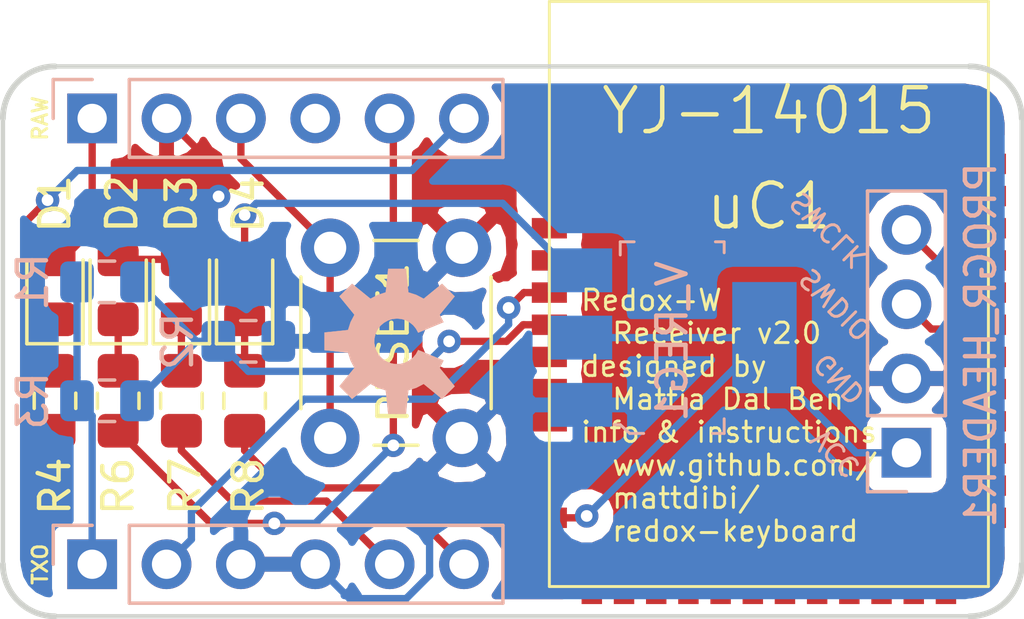
<source format=kicad_pcb>
(kicad_pcb (version 20171130) (host pcbnew "(5.1.2)-2")

  (general
    (thickness 1.6)
    (drawings 20)
    (tracks 91)
    (zones 0)
    (modules 18)
    (nets 48)
  )

  (page A4)
  (title_block
    (title "Redox-W Receiver")
    (date 2018-12-25)
    (rev 2.0)
    (company "Mattia Dal Ben")
  )

  (layers
    (0 F.Cu signal)
    (31 B.Cu signal)
    (32 B.Adhes user)
    (33 F.Adhes user)
    (34 B.Paste user)
    (35 F.Paste user)
    (36 B.SilkS user)
    (37 F.SilkS user)
    (38 B.Mask user)
    (39 F.Mask user)
    (40 Dwgs.User user)
    (41 Cmts.User user)
    (42 Eco1.User user)
    (43 Eco2.User user)
    (44 Edge.Cuts user)
    (45 Margin user)
    (46 B.CrtYd user)
    (47 F.CrtYd user)
    (48 B.Fab user hide)
    (49 F.Fab user hide)
  )

  (setup
    (last_trace_width 0.25)
    (trace_clearance 0.2)
    (zone_clearance 0.508)
    (zone_45_only no)
    (trace_min 0.2)
    (via_size 0.8)
    (via_drill 0.4)
    (via_min_size 0.4)
    (via_min_drill 0.3)
    (uvia_size 0.3)
    (uvia_drill 0.1)
    (uvias_allowed no)
    (uvia_min_size 0.2)
    (uvia_min_drill 0.1)
    (edge_width 0.15)
    (segment_width 0.2)
    (pcb_text_width 0.3)
    (pcb_text_size 1.5 1.5)
    (mod_edge_width 0.15)
    (mod_text_size 1 1)
    (mod_text_width 0.15)
    (pad_size 1.524 1.524)
    (pad_drill 0.762)
    (pad_to_mask_clearance 0.051)
    (solder_mask_min_width 0.25)
    (aux_axis_origin 0 0)
    (visible_elements 7FFFFFFF)
    (pcbplotparams
      (layerselection 0x010fc_ffffffff)
      (usegerberextensions true)
      (usegerberattributes false)
      (usegerberadvancedattributes false)
      (creategerberjobfile false)
      (excludeedgelayer true)
      (linewidth 0.100000)
      (plotframeref false)
      (viasonmask false)
      (mode 1)
      (useauxorigin false)
      (hpglpennumber 1)
      (hpglpenspeed 20)
      (hpglpendiameter 15.000000)
      (psnegative false)
      (psa4output false)
      (plotreference true)
      (plotvalue true)
      (plotinvisibletext false)
      (padsonsilk false)
      (subtractmaskfromsilk false)
      (outputformat 1)
      (mirror false)
      (drillshape 0)
      (scaleselection 1)
      (outputdirectory "gerber/"))
  )

  (net 0 "")
  (net 1 VIN)
  (net 2 TXO)
  (net 3 RXI)
  (net 4 GND)
  (net 5 G_LED)
  (net 6 C_LED)
  (net 7 R_LED)
  (net 8 B_LED)
  (net 9 5V0)
  (net 10 RST)
  (net 11 VCC)
  (net 12 SWDIO)
  (net 13 SWCLK)
  (net 14 TXODIV)
  (net 15 "Net-(uC1-Pad14)")
  (net 16 "Net-(uC1-Pad15)")
  (net 17 "Net-(uC1-Pad16)")
  (net 18 "Net-(uC1-Pad17)")
  (net 19 "Net-(uC1-Pad18)")
  (net 20 "Net-(uC1-Pad19)")
  (net 21 "Net-(uC1-Pad20)")
  (net 22 "Net-(uC1-Pad21)")
  (net 23 "Net-(uC1-Pad22)")
  (net 24 "Net-(uC1-Pad23)")
  (net 25 "Net-(uC1-Pad24)")
  (net 26 "Net-(uC1-Pad25)")
  (net 27 "Net-(uC1-Pad26)")
  (net 28 "Net-(uC1-Pad27)")
  (net 29 "Net-(uC1-Pad28)")
  (net 30 "Net-(uC1-Pad29)")
  (net 31 "Net-(uC1-Pad30)")
  (net 32 "Net-(uC1-Pad33)")
  (net 33 "Net-(uC1-Pad34)")
  (net 34 "Net-(uC1-Pad35)")
  (net 35 "Net-(uC1-Pad36)")
  (net 36 "Net-(uC1-Pad2)")
  (net 37 "Net-(uC1-Pad3)")
  (net 38 "Net-(uC1-Pad4)")
  (net 39 "Net-(uC1-Pad7)")
  (net 40 "Net-(uC1-Pad8)")
  (net 41 "Net-(uC1-Pad9)")
  (net 42 "Net-(uC1-Pad10)")
  (net 43 "Net-(uC1-Pad13)")
  (net 44 "Net-(D1-Pad1)")
  (net 45 "Net-(D2-Pad1)")
  (net 46 "Net-(D3-Pad1)")
  (net 47 "Net-(D4-Pad1)")

  (net_class Default "This is the default net class."
    (clearance 0.2)
    (trace_width 0.25)
    (via_dia 0.8)
    (via_drill 0.4)
    (uvia_dia 0.3)
    (uvia_drill 0.1)
    (add_net 5V0)
    (add_net B_LED)
    (add_net C_LED)
    (add_net GND)
    (add_net G_LED)
    (add_net "Net-(D1-Pad1)")
    (add_net "Net-(D2-Pad1)")
    (add_net "Net-(D3-Pad1)")
    (add_net "Net-(D4-Pad1)")
    (add_net "Net-(uC1-Pad10)")
    (add_net "Net-(uC1-Pad13)")
    (add_net "Net-(uC1-Pad14)")
    (add_net "Net-(uC1-Pad15)")
    (add_net "Net-(uC1-Pad16)")
    (add_net "Net-(uC1-Pad17)")
    (add_net "Net-(uC1-Pad18)")
    (add_net "Net-(uC1-Pad19)")
    (add_net "Net-(uC1-Pad2)")
    (add_net "Net-(uC1-Pad20)")
    (add_net "Net-(uC1-Pad21)")
    (add_net "Net-(uC1-Pad22)")
    (add_net "Net-(uC1-Pad23)")
    (add_net "Net-(uC1-Pad24)")
    (add_net "Net-(uC1-Pad25)")
    (add_net "Net-(uC1-Pad26)")
    (add_net "Net-(uC1-Pad27)")
    (add_net "Net-(uC1-Pad28)")
    (add_net "Net-(uC1-Pad29)")
    (add_net "Net-(uC1-Pad3)")
    (add_net "Net-(uC1-Pad30)")
    (add_net "Net-(uC1-Pad33)")
    (add_net "Net-(uC1-Pad34)")
    (add_net "Net-(uC1-Pad35)")
    (add_net "Net-(uC1-Pad36)")
    (add_net "Net-(uC1-Pad4)")
    (add_net "Net-(uC1-Pad7)")
    (add_net "Net-(uC1-Pad8)")
    (add_net "Net-(uC1-Pad9)")
    (add_net RST)
    (add_net RXI)
    (add_net R_LED)
    (add_net SWCLK)
    (add_net SWDIO)
    (add_net TXO)
    (add_net TXODIV)
    (add_net VCC)
    (add_net VIN)
  )

  (module LED_SMD:LED_0805_2012Metric_Pad1.15x1.40mm_HandSolder (layer F.Cu) (tedit 5B4B45C9) (tstamp 5C1A8533)
    (at 112.014 93.726 90)
    (descr "LED SMD 0805 (2012 Metric), square (rectangular) end terminal, IPC_7351 nominal, (Body size source: https://docs.google.com/spreadsheets/d/1BsfQQcO9C6DZCsRaXUlFlo91Tg2WpOkGARC1WS5S8t0/edit?usp=sharing), generated with kicad-footprint-generator")
    (tags "LED handsolder")
    (path /5C0CF9C8)
    (attr smd)
    (fp_text reference D3 (at 2.921 0 90) (layer F.SilkS)
      (effects (font (size 1 1) (thickness 0.15)))
    )
    (fp_text value LED (at 0 1.65 90) (layer F.Fab)
      (effects (font (size 1 1) (thickness 0.15)))
    )
    (fp_text user %R (at 0 0 90) (layer F.Fab)
      (effects (font (size 0.5 0.5) (thickness 0.08)))
    )
    (fp_line (start 1.85 0.95) (end -1.85 0.95) (layer F.CrtYd) (width 0.05))
    (fp_line (start 1.85 -0.95) (end 1.85 0.95) (layer F.CrtYd) (width 0.05))
    (fp_line (start -1.85 -0.95) (end 1.85 -0.95) (layer F.CrtYd) (width 0.05))
    (fp_line (start -1.85 0.95) (end -1.85 -0.95) (layer F.CrtYd) (width 0.05))
    (fp_line (start -1.86 0.96) (end 1 0.96) (layer F.SilkS) (width 0.12))
    (fp_line (start -1.86 -0.96) (end -1.86 0.96) (layer F.SilkS) (width 0.12))
    (fp_line (start 1 -0.96) (end -1.86 -0.96) (layer F.SilkS) (width 0.12))
    (fp_line (start 1 0.6) (end 1 -0.6) (layer F.Fab) (width 0.1))
    (fp_line (start -1 0.6) (end 1 0.6) (layer F.Fab) (width 0.1))
    (fp_line (start -1 -0.3) (end -1 0.6) (layer F.Fab) (width 0.1))
    (fp_line (start -0.7 -0.6) (end -1 -0.3) (layer F.Fab) (width 0.1))
    (fp_line (start 1 -0.6) (end -0.7 -0.6) (layer F.Fab) (width 0.1))
    (pad 2 smd roundrect (at 1.025 0 90) (size 1.15 1.4) (layers F.Cu F.Paste F.Mask) (roundrect_rratio 0.217391)
      (net 1 VIN))
    (pad 1 smd roundrect (at -1.025 0 90) (size 1.15 1.4) (layers F.Cu F.Paste F.Mask) (roundrect_rratio 0.217391)
      (net 46 "Net-(D3-Pad1)"))
    (model ${KISYS3DMOD}/LED_SMD.3dshapes/LED_0805_2012Metric.wrl
      (at (xyz 0 0 0))
      (scale (xyz 1 1 1))
      (rotate (xyz 0 0 0))
    )
  )

  (module LED_SMD:LED_0805_2012Metric_Pad1.15x1.40mm_HandSolder (layer F.Cu) (tedit 5B4B45C9) (tstamp 5C1A8520)
    (at 109.855 93.726 90)
    (descr "LED SMD 0805 (2012 Metric), square (rectangular) end terminal, IPC_7351 nominal, (Body size source: https://docs.google.com/spreadsheets/d/1BsfQQcO9C6DZCsRaXUlFlo91Tg2WpOkGARC1WS5S8t0/edit?usp=sharing), generated with kicad-footprint-generator")
    (tags "LED handsolder")
    (path /5C0CF909)
    (attr smd)
    (fp_text reference D2 (at 2.921 0.127 90) (layer F.SilkS)
      (effects (font (size 1 1) (thickness 0.15)))
    )
    (fp_text value LED (at 0 1.65 90) (layer F.Fab)
      (effects (font (size 1 1) (thickness 0.15)))
    )
    (fp_text user %R (at 0 0 90) (layer F.Fab)
      (effects (font (size 0.5 0.5) (thickness 0.08)))
    )
    (fp_line (start 1.85 0.95) (end -1.85 0.95) (layer F.CrtYd) (width 0.05))
    (fp_line (start 1.85 -0.95) (end 1.85 0.95) (layer F.CrtYd) (width 0.05))
    (fp_line (start -1.85 -0.95) (end 1.85 -0.95) (layer F.CrtYd) (width 0.05))
    (fp_line (start -1.85 0.95) (end -1.85 -0.95) (layer F.CrtYd) (width 0.05))
    (fp_line (start -1.86 0.96) (end 1 0.96) (layer F.SilkS) (width 0.12))
    (fp_line (start -1.86 -0.96) (end -1.86 0.96) (layer F.SilkS) (width 0.12))
    (fp_line (start 1 -0.96) (end -1.86 -0.96) (layer F.SilkS) (width 0.12))
    (fp_line (start 1 0.6) (end 1 -0.6) (layer F.Fab) (width 0.1))
    (fp_line (start -1 0.6) (end 1 0.6) (layer F.Fab) (width 0.1))
    (fp_line (start -1 -0.3) (end -1 0.6) (layer F.Fab) (width 0.1))
    (fp_line (start -0.7 -0.6) (end -1 -0.3) (layer F.Fab) (width 0.1))
    (fp_line (start 1 -0.6) (end -0.7 -0.6) (layer F.Fab) (width 0.1))
    (pad 2 smd roundrect (at 1.025 0 90) (size 1.15 1.4) (layers F.Cu F.Paste F.Mask) (roundrect_rratio 0.217391)
      (net 1 VIN))
    (pad 1 smd roundrect (at -1.025 0 90) (size 1.15 1.4) (layers F.Cu F.Paste F.Mask) (roundrect_rratio 0.217391)
      (net 45 "Net-(D2-Pad1)"))
    (model ${KISYS3DMOD}/LED_SMD.3dshapes/LED_0805_2012Metric.wrl
      (at (xyz 0 0 0))
      (scale (xyz 1 1 1))
      (rotate (xyz 0 0 0))
    )
  )

  (module LED_SMD:LED_0805_2012Metric_Pad1.15x1.40mm_HandSolder (layer F.Cu) (tedit 5B4B45C9) (tstamp 5C1A4F15)
    (at 107.696 93.726 90)
    (descr "LED SMD 0805 (2012 Metric), square (rectangular) end terminal, IPC_7351 nominal, (Body size source: https://docs.google.com/spreadsheets/d/1BsfQQcO9C6DZCsRaXUlFlo91Tg2WpOkGARC1WS5S8t0/edit?usp=sharing), generated with kicad-footprint-generator")
    (tags "LED handsolder")
    (path /5C0CF77A)
    (attr smd)
    (fp_text reference D1 (at 2.921 0 90) (layer F.SilkS)
      (effects (font (size 1 1) (thickness 0.15)))
    )
    (fp_text value LED (at 0 1.65 90) (layer F.Fab)
      (effects (font (size 1 1) (thickness 0.15)))
    )
    (fp_text user %R (at 0 0 90) (layer F.Fab)
      (effects (font (size 0.5 0.5) (thickness 0.08)))
    )
    (fp_line (start 1.85 0.95) (end -1.85 0.95) (layer F.CrtYd) (width 0.05))
    (fp_line (start 1.85 -0.95) (end 1.85 0.95) (layer F.CrtYd) (width 0.05))
    (fp_line (start -1.85 -0.95) (end 1.85 -0.95) (layer F.CrtYd) (width 0.05))
    (fp_line (start -1.85 0.95) (end -1.85 -0.95) (layer F.CrtYd) (width 0.05))
    (fp_line (start -1.86 0.96) (end 1 0.96) (layer F.SilkS) (width 0.12))
    (fp_line (start -1.86 -0.96) (end -1.86 0.96) (layer F.SilkS) (width 0.12))
    (fp_line (start 1 -0.96) (end -1.86 -0.96) (layer F.SilkS) (width 0.12))
    (fp_line (start 1 0.6) (end 1 -0.6) (layer F.Fab) (width 0.1))
    (fp_line (start -1 0.6) (end 1 0.6) (layer F.Fab) (width 0.1))
    (fp_line (start -1 -0.3) (end -1 0.6) (layer F.Fab) (width 0.1))
    (fp_line (start -0.7 -0.6) (end -1 -0.3) (layer F.Fab) (width 0.1))
    (fp_line (start 1 -0.6) (end -0.7 -0.6) (layer F.Fab) (width 0.1))
    (pad 2 smd roundrect (at 1.025 0 90) (size 1.15 1.4) (layers F.Cu F.Paste F.Mask) (roundrect_rratio 0.217391)
      (net 1 VIN))
    (pad 1 smd roundrect (at -1.025 0 90) (size 1.15 1.4) (layers F.Cu F.Paste F.Mask) (roundrect_rratio 0.217391)
      (net 44 "Net-(D1-Pad1)"))
    (model ${KISYS3DMOD}/LED_SMD.3dshapes/LED_0805_2012Metric.wrl
      (at (xyz 0 0 0))
      (scale (xyz 1 1 1))
      (rotate (xyz 0 0 0))
    )
  )

  (module Resistor_SMD:R_0805_2012Metric_Pad1.15x1.40mm_HandSolder (layer B.Cu) (tedit 5B36C52B) (tstamp 5C2643F2)
    (at 109.474 93.472)
    (descr "Resistor SMD 0805 (2012 Metric), square (rectangular) end terminal, IPC_7351 nominal with elongated pad for handsoldering. (Body size source: https://docs.google.com/spreadsheets/d/1BsfQQcO9C6DZCsRaXUlFlo91Tg2WpOkGARC1WS5S8t0/edit?usp=sharing), generated with kicad-footprint-generator")
    (tags "resistor handsolder")
    (path /5C0D6951)
    (attr smd)
    (fp_text reference R1 (at -2.54 0 90) (layer B.SilkS)
      (effects (font (size 1 1) (thickness 0.15)) (justify mirror))
    )
    (fp_text value R (at 0 -1.65) (layer B.Fab)
      (effects (font (size 1 1) (thickness 0.15)) (justify mirror))
    )
    (fp_text user %R (at 0 0) (layer B.Fab)
      (effects (font (size 0.5 0.5) (thickness 0.08)) (justify mirror))
    )
    (fp_line (start 1.85 -0.95) (end -1.85 -0.95) (layer B.CrtYd) (width 0.05))
    (fp_line (start 1.85 0.95) (end 1.85 -0.95) (layer B.CrtYd) (width 0.05))
    (fp_line (start -1.85 0.95) (end 1.85 0.95) (layer B.CrtYd) (width 0.05))
    (fp_line (start -1.85 -0.95) (end -1.85 0.95) (layer B.CrtYd) (width 0.05))
    (fp_line (start -0.261252 -0.71) (end 0.261252 -0.71) (layer B.SilkS) (width 0.12))
    (fp_line (start -0.261252 0.71) (end 0.261252 0.71) (layer B.SilkS) (width 0.12))
    (fp_line (start 1 -0.6) (end -1 -0.6) (layer B.Fab) (width 0.1))
    (fp_line (start 1 0.6) (end 1 -0.6) (layer B.Fab) (width 0.1))
    (fp_line (start -1 0.6) (end 1 0.6) (layer B.Fab) (width 0.1))
    (fp_line (start -1 -0.6) (end -1 0.6) (layer B.Fab) (width 0.1))
    (pad 2 smd roundrect (at 1.025 0) (size 1.15 1.4) (layers B.Cu B.Paste B.Mask) (roundrect_rratio 0.217391)
      (net 14 TXODIV))
    (pad 1 smd roundrect (at -1.025 0) (size 1.15 1.4) (layers B.Cu B.Paste B.Mask) (roundrect_rratio 0.217391)
      (net 2 TXO))
    (model ${KISYS3DMOD}/Resistor_SMD.3dshapes/R_0805_2012Metric.wrl
      (at (xyz 0 0 0))
      (scale (xyz 1 1 1))
      (rotate (xyz 0 0 0))
    )
  )

  (module Resistor_SMD:R_0805_2012Metric_Pad1.15x1.40mm_HandSolder (layer B.Cu) (tedit 5B36C52B) (tstamp 5C264443)
    (at 109.474 97.536)
    (descr "Resistor SMD 0805 (2012 Metric), square (rectangular) end terminal, IPC_7351 nominal with elongated pad for handsoldering. (Body size source: https://docs.google.com/spreadsheets/d/1BsfQQcO9C6DZCsRaXUlFlo91Tg2WpOkGARC1WS5S8t0/edit?usp=sharing), generated with kicad-footprint-generator")
    (tags "resistor handsolder")
    (path /5C0D69A3)
    (attr smd)
    (fp_text reference R3 (at -2.54 0 90) (layer B.SilkS)
      (effects (font (size 1 1) (thickness 0.15)) (justify mirror))
    )
    (fp_text value R (at 0 -1.65) (layer B.Fab)
      (effects (font (size 1 1) (thickness 0.15)) (justify mirror))
    )
    (fp_text user %R (at 0 0) (layer B.Fab)
      (effects (font (size 0.5 0.5) (thickness 0.08)) (justify mirror))
    )
    (fp_line (start 1.85 -0.95) (end -1.85 -0.95) (layer B.CrtYd) (width 0.05))
    (fp_line (start 1.85 0.95) (end 1.85 -0.95) (layer B.CrtYd) (width 0.05))
    (fp_line (start -1.85 0.95) (end 1.85 0.95) (layer B.CrtYd) (width 0.05))
    (fp_line (start -1.85 -0.95) (end -1.85 0.95) (layer B.CrtYd) (width 0.05))
    (fp_line (start -0.261252 -0.71) (end 0.261252 -0.71) (layer B.SilkS) (width 0.12))
    (fp_line (start -0.261252 0.71) (end 0.261252 0.71) (layer B.SilkS) (width 0.12))
    (fp_line (start 1 -0.6) (end -1 -0.6) (layer B.Fab) (width 0.1))
    (fp_line (start 1 0.6) (end 1 -0.6) (layer B.Fab) (width 0.1))
    (fp_line (start -1 0.6) (end 1 0.6) (layer B.Fab) (width 0.1))
    (fp_line (start -1 -0.6) (end -1 0.6) (layer B.Fab) (width 0.1))
    (pad 2 smd roundrect (at 1.025 0) (size 1.15 1.4) (layers B.Cu B.Paste B.Mask) (roundrect_rratio 0.217391)
      (net 14 TXODIV))
    (pad 1 smd roundrect (at -1.025 0) (size 1.15 1.4) (layers B.Cu B.Paste B.Mask) (roundrect_rratio 0.217391)
      (net 2 TXO))
    (model ${KISYS3DMOD}/Resistor_SMD.3dshapes/R_0805_2012Metric.wrl
      (at (xyz 0 0 0))
      (scale (xyz 1 1 1))
      (rotate (xyz 0 0 0))
    )
  )

  (module Resistor_SMD:R_0805_2012Metric_Pad1.15x1.40mm_HandSolder (layer B.Cu) (tedit 5B36C52B) (tstamp 5C25656F)
    (at 114.3 95.504)
    (descr "Resistor SMD 0805 (2012 Metric), square (rectangular) end terminal, IPC_7351 nominal with elongated pad for handsoldering. (Body size source: https://docs.google.com/spreadsheets/d/1BsfQQcO9C6DZCsRaXUlFlo91Tg2WpOkGARC1WS5S8t0/edit?usp=sharing), generated with kicad-footprint-generator")
    (tags "resistor handsolder")
    (path /5C0D69D3)
    (attr smd)
    (fp_text reference R2 (at -2.413 0 90) (layer B.SilkS)
      (effects (font (size 1 1) (thickness 0.15)) (justify mirror))
    )
    (fp_text value R (at 0 -1.65) (layer B.Fab)
      (effects (font (size 1 1) (thickness 0.15)) (justify mirror))
    )
    (fp_text user %R (at 0 0) (layer B.Fab)
      (effects (font (size 0.5 0.5) (thickness 0.08)) (justify mirror))
    )
    (fp_line (start 1.85 -0.95) (end -1.85 -0.95) (layer B.CrtYd) (width 0.05))
    (fp_line (start 1.85 0.95) (end 1.85 -0.95) (layer B.CrtYd) (width 0.05))
    (fp_line (start -1.85 0.95) (end 1.85 0.95) (layer B.CrtYd) (width 0.05))
    (fp_line (start -1.85 -0.95) (end -1.85 0.95) (layer B.CrtYd) (width 0.05))
    (fp_line (start -0.261252 -0.71) (end 0.261252 -0.71) (layer B.SilkS) (width 0.12))
    (fp_line (start -0.261252 0.71) (end 0.261252 0.71) (layer B.SilkS) (width 0.12))
    (fp_line (start 1 -0.6) (end -1 -0.6) (layer B.Fab) (width 0.1))
    (fp_line (start 1 0.6) (end 1 -0.6) (layer B.Fab) (width 0.1))
    (fp_line (start -1 0.6) (end 1 0.6) (layer B.Fab) (width 0.1))
    (fp_line (start -1 -0.6) (end -1 0.6) (layer B.Fab) (width 0.1))
    (pad 2 smd roundrect (at 1.025 0) (size 1.15 1.4) (layers B.Cu B.Paste B.Mask) (roundrect_rratio 0.217391)
      (net 4 GND))
    (pad 1 smd roundrect (at -1.025 0) (size 1.15 1.4) (layers B.Cu B.Paste B.Mask) (roundrect_rratio 0.217391)
      (net 14 TXODIV))
    (model ${KISYS3DMOD}/Resistor_SMD.3dshapes/R_0805_2012Metric.wrl
      (at (xyz 0 0 0))
      (scale (xyz 1 1 1))
      (rotate (xyz 0 0 0))
    )
  )

  (module Resistor_SMD:R_0805_2012Metric_Pad1.15x1.40mm_HandSolder (layer F.Cu) (tedit 5B36C52B) (tstamp 5C256B66)
    (at 112.014 97.536 270)
    (descr "Resistor SMD 0805 (2012 Metric), square (rectangular) end terminal, IPC_7351 nominal with elongated pad for handsoldering. (Body size source: https://docs.google.com/spreadsheets/d/1BsfQQcO9C6DZCsRaXUlFlo91Tg2WpOkGARC1WS5S8t0/edit?usp=sharing), generated with kicad-footprint-generator")
    (tags "resistor handsolder")
    (path /5C0D727A)
    (attr smd)
    (fp_text reference R7 (at 2.921 -0.127 270) (layer F.SilkS)
      (effects (font (size 1 1) (thickness 0.15)))
    )
    (fp_text value R (at 0 1.65 270) (layer F.Fab)
      (effects (font (size 1 1) (thickness 0.15)))
    )
    (fp_text user %R (at 0 0 270) (layer F.Fab)
      (effects (font (size 0.5 0.5) (thickness 0.08)))
    )
    (fp_line (start 1.85 0.95) (end -1.85 0.95) (layer F.CrtYd) (width 0.05))
    (fp_line (start 1.85 -0.95) (end 1.85 0.95) (layer F.CrtYd) (width 0.05))
    (fp_line (start -1.85 -0.95) (end 1.85 -0.95) (layer F.CrtYd) (width 0.05))
    (fp_line (start -1.85 0.95) (end -1.85 -0.95) (layer F.CrtYd) (width 0.05))
    (fp_line (start -0.261252 0.71) (end 0.261252 0.71) (layer F.SilkS) (width 0.12))
    (fp_line (start -0.261252 -0.71) (end 0.261252 -0.71) (layer F.SilkS) (width 0.12))
    (fp_line (start 1 0.6) (end -1 0.6) (layer F.Fab) (width 0.1))
    (fp_line (start 1 -0.6) (end 1 0.6) (layer F.Fab) (width 0.1))
    (fp_line (start -1 -0.6) (end 1 -0.6) (layer F.Fab) (width 0.1))
    (fp_line (start -1 0.6) (end -1 -0.6) (layer F.Fab) (width 0.1))
    (pad 2 smd roundrect (at 1.025 0 270) (size 1.15 1.4) (layers F.Cu F.Paste F.Mask) (roundrect_rratio 0.217391)
      (net 5 G_LED))
    (pad 1 smd roundrect (at -1.025 0 270) (size 1.15 1.4) (layers F.Cu F.Paste F.Mask) (roundrect_rratio 0.217391)
      (net 46 "Net-(D3-Pad1)"))
    (model ${KISYS3DMOD}/Resistor_SMD.3dshapes/R_0805_2012Metric.wrl
      (at (xyz 0 0 0))
      (scale (xyz 1 1 1))
      (rotate (xyz 0 0 0))
    )
  )

  (module Resistor_SMD:R_0805_2012Metric_Pad1.15x1.40mm_HandSolder (layer F.Cu) (tedit 5B36C52B) (tstamp 5C2565B3)
    (at 109.855 97.536 270)
    (descr "Resistor SMD 0805 (2012 Metric), square (rectangular) end terminal, IPC_7351 nominal with elongated pad for handsoldering. (Body size source: https://docs.google.com/spreadsheets/d/1BsfQQcO9C6DZCsRaXUlFlo91Tg2WpOkGARC1WS5S8t0/edit?usp=sharing), generated with kicad-footprint-generator")
    (tags "resistor handsolder")
    (path /5C0D723C)
    (attr smd)
    (fp_text reference R6 (at 2.921 0 270) (layer F.SilkS)
      (effects (font (size 1 1) (thickness 0.15)))
    )
    (fp_text value R (at 0 1.65 270) (layer F.Fab)
      (effects (font (size 1 1) (thickness 0.15)))
    )
    (fp_text user %R (at 0 0 270) (layer F.Fab)
      (effects (font (size 0.5 0.5) (thickness 0.08)))
    )
    (fp_line (start 1.85 0.95) (end -1.85 0.95) (layer F.CrtYd) (width 0.05))
    (fp_line (start 1.85 -0.95) (end 1.85 0.95) (layer F.CrtYd) (width 0.05))
    (fp_line (start -1.85 -0.95) (end 1.85 -0.95) (layer F.CrtYd) (width 0.05))
    (fp_line (start -1.85 0.95) (end -1.85 -0.95) (layer F.CrtYd) (width 0.05))
    (fp_line (start -0.261252 0.71) (end 0.261252 0.71) (layer F.SilkS) (width 0.12))
    (fp_line (start -0.261252 -0.71) (end 0.261252 -0.71) (layer F.SilkS) (width 0.12))
    (fp_line (start 1 0.6) (end -1 0.6) (layer F.Fab) (width 0.1))
    (fp_line (start 1 -0.6) (end 1 0.6) (layer F.Fab) (width 0.1))
    (fp_line (start -1 -0.6) (end 1 -0.6) (layer F.Fab) (width 0.1))
    (fp_line (start -1 0.6) (end -1 -0.6) (layer F.Fab) (width 0.1))
    (pad 2 smd roundrect (at 1.025 0 270) (size 1.15 1.4) (layers F.Cu F.Paste F.Mask) (roundrect_rratio 0.217391)
      (net 8 B_LED))
    (pad 1 smd roundrect (at -1.025 0 270) (size 1.15 1.4) (layers F.Cu F.Paste F.Mask) (roundrect_rratio 0.217391)
      (net 45 "Net-(D2-Pad1)"))
    (model ${KISYS3DMOD}/Resistor_SMD.3dshapes/R_0805_2012Metric.wrl
      (at (xyz 0 0 0))
      (scale (xyz 1 1 1))
      (rotate (xyz 0 0 0))
    )
  )

  (module Resistor_SMD:R_0805_2012Metric_Pad1.15x1.40mm_HandSolder (layer F.Cu) (tedit 5B36C52B) (tstamp 5C2642B8)
    (at 107.696 97.536 270)
    (descr "Resistor SMD 0805 (2012 Metric), square (rectangular) end terminal, IPC_7351 nominal with elongated pad for handsoldering. (Body size source: https://docs.google.com/spreadsheets/d/1BsfQQcO9C6DZCsRaXUlFlo91Tg2WpOkGARC1WS5S8t0/edit?usp=sharing), generated with kicad-footprint-generator")
    (tags "resistor handsolder")
    (path /5C0D71CA)
    (attr smd)
    (fp_text reference R4 (at 2.921 0 270) (layer F.SilkS)
      (effects (font (size 1 1) (thickness 0.15)))
    )
    (fp_text value R (at 0 1.65 270) (layer F.Fab)
      (effects (font (size 1 1) (thickness 0.15)))
    )
    (fp_text user %R (at 0 0 270) (layer F.Fab)
      (effects (font (size 0.5 0.5) (thickness 0.08)))
    )
    (fp_line (start 1.85 0.95) (end -1.85 0.95) (layer F.CrtYd) (width 0.05))
    (fp_line (start 1.85 -0.95) (end 1.85 0.95) (layer F.CrtYd) (width 0.05))
    (fp_line (start -1.85 -0.95) (end 1.85 -0.95) (layer F.CrtYd) (width 0.05))
    (fp_line (start -1.85 0.95) (end -1.85 -0.95) (layer F.CrtYd) (width 0.05))
    (fp_line (start -0.261252 0.71) (end 0.261252 0.71) (layer F.SilkS) (width 0.12))
    (fp_line (start -0.261252 -0.71) (end 0.261252 -0.71) (layer F.SilkS) (width 0.12))
    (fp_line (start 1 0.6) (end -1 0.6) (layer F.Fab) (width 0.1))
    (fp_line (start 1 -0.6) (end 1 0.6) (layer F.Fab) (width 0.1))
    (fp_line (start -1 -0.6) (end 1 -0.6) (layer F.Fab) (width 0.1))
    (fp_line (start -1 0.6) (end -1 -0.6) (layer F.Fab) (width 0.1))
    (pad 2 smd roundrect (at 1.025 0 270) (size 1.15 1.4) (layers F.Cu F.Paste F.Mask) (roundrect_rratio 0.217391)
      (net 7 R_LED))
    (pad 1 smd roundrect (at -1.025 0 270) (size 1.15 1.4) (layers F.Cu F.Paste F.Mask) (roundrect_rratio 0.217391)
      (net 44 "Net-(D1-Pad1)"))
    (model ${KISYS3DMOD}/Resistor_SMD.3dshapes/R_0805_2012Metric.wrl
      (at (xyz 0 0 0))
      (scale (xyz 1 1 1))
      (rotate (xyz 0 0 0))
    )
  )

  (module Digikey-footprints:SOT-223 (layer B.Cu) (tedit 5B07037E) (tstamp 5C31860F)
    (at 128.778 95.377 90)
    (path /5C0CE178)
    (fp_text reference V_REG1 (at -0.127 0 90) (layer B.SilkS)
      (effects (font (size 1 1) (thickness 0.15)) (justify mirror))
    )
    (fp_text value LD1117S33CTR (at 0 -4.5 90) (layer B.Fab)
      (effects (font (size 1 1) (thickness 0.15)) (justify mirror))
    )
    (fp_line (start 3.15 1.65) (end 3.15 -1.65) (layer B.Fab) (width 0.1))
    (fp_line (start -3.15 1.65) (end 3.15 1.65) (layer B.Fab) (width 0.1))
    (fp_text user %R (at -0.05 -0.025 90) (layer B.Fab)
      (effects (font (size 1 1) (thickness 0.15)) (justify mirror))
    )
    (fp_line (start 3.275 1.775) (end 3.275 1.475) (layer B.SilkS) (width 0.1))
    (fp_line (start 2.9 1.775) (end 3.275 1.775) (layer B.SilkS) (width 0.1))
    (fp_line (start -3.275 1.775) (end -3.275 1.375) (layer B.SilkS) (width 0.1))
    (fp_line (start -2.775 1.775) (end -3.275 1.775) (layer B.SilkS) (width 0.1))
    (fp_line (start 3.275 -1.775) (end 2.825 -1.775) (layer B.SilkS) (width 0.1))
    (fp_line (start 3.275 -1.3) (end 3.275 -1.775) (layer B.SilkS) (width 0.1))
    (fp_line (start -3.15 -1.35) (end -2.875 -1.65) (layer B.Fab) (width 0.1))
    (fp_line (start 3.15 -1.65) (end -2.875 -1.65) (layer B.Fab) (width 0.1))
    (fp_line (start -3.15 -1.35) (end -3.15 1.65) (layer B.Fab) (width 0.1))
    (fp_line (start 3.45 4.45) (end 3.45 -4.45) (layer B.CrtYd) (width 0.05))
    (fp_line (start 3.45 4.45) (end -3.45 4.45) (layer B.CrtYd) (width 0.05))
    (fp_line (start -3.45 4.45) (end -3.45 -4.45) (layer B.CrtYd) (width 0.05))
    (fp_line (start -3.45 -4.45) (end 3.45 -4.45) (layer B.CrtYd) (width 0.05))
    (fp_line (start -2.975 -1.775) (end -2.975 -1.97) (layer B.SilkS) (width 0.1))
    (fp_line (start -3.275 -1.45) (end -2.975 -1.775) (layer B.SilkS) (width 0.1))
    (fp_line (start -3.275 -0.975) (end -3.275 -1.45) (layer B.SilkS) (width 0.1))
    (pad 4 smd rect (at 0 3.15 90) (size 3.8 2.2) (layers B.Cu B.Paste B.Mask)
      (net 11 VCC))
    (pad 1 smd rect (at -2.3 -3.15 90) (size 1.5 2.2) (layers B.Cu B.Paste B.Mask)
      (net 4 GND))
    (pad 2 smd rect (at 0 -3.15 90) (size 1.5 2.2) (layers B.Cu B.Paste B.Mask)
      (net 11 VCC))
    (pad 3 smd rect (at 2.3 -3.15 90) (size 1.5 2.2) (layers B.Cu B.Paste B.Mask)
      (net 1 VIN))
  )

  (module Connector_PinHeader_2.54mm:PinHeader_1x06_P2.54mm_Vertical locked (layer B.Cu) (tedit 5C0CF559) (tstamp 5C256C96)
    (at 108.966 103.124 270)
    (descr "Through hole straight pin header, 1x06, 2.54mm pitch, single row")
    (tags "Through hole pin header THT 1x06 2.54mm single row")
    (path /5C0D3C1F)
    (fp_text reference PRO_HEADER_1 (at 0 2.33 270) (layer B.SilkS) hide
      (effects (font (size 1 1) (thickness 0.15)) (justify mirror))
    )
    (fp_text value Conn_01x06_Female (at 0 -15.03 270) (layer B.Fab)
      (effects (font (size 1 1) (thickness 0.15)) (justify mirror))
    )
    (fp_line (start -0.635 1.27) (end 1.27 1.27) (layer B.Fab) (width 0.1))
    (fp_line (start 1.27 1.27) (end 1.27 -13.97) (layer B.Fab) (width 0.1))
    (fp_line (start 1.27 -13.97) (end -1.27 -13.97) (layer B.Fab) (width 0.1))
    (fp_line (start -1.27 -13.97) (end -1.27 0.635) (layer B.Fab) (width 0.1))
    (fp_line (start -1.27 0.635) (end -0.635 1.27) (layer B.Fab) (width 0.1))
    (fp_line (start -1.33 -14.03) (end 1.33 -14.03) (layer B.SilkS) (width 0.12))
    (fp_line (start -1.33 -1.27) (end -1.33 -14.03) (layer B.SilkS) (width 0.12))
    (fp_line (start 1.33 -1.27) (end 1.33 -14.03) (layer B.SilkS) (width 0.12))
    (fp_line (start -1.33 -1.27) (end 1.33 -1.27) (layer B.SilkS) (width 0.12))
    (fp_line (start -1.33 0) (end -1.33 1.33) (layer B.SilkS) (width 0.12))
    (fp_line (start -1.33 1.33) (end 0 1.33) (layer B.SilkS) (width 0.12))
    (fp_line (start -1.8 1.8) (end -1.8 -14.5) (layer B.CrtYd) (width 0.05))
    (fp_line (start -1.8 -14.5) (end 1.8 -14.5) (layer B.CrtYd) (width 0.05))
    (fp_line (start 1.8 -14.5) (end 1.8 1.8) (layer B.CrtYd) (width 0.05))
    (fp_line (start 1.8 1.8) (end -1.8 1.8) (layer B.CrtYd) (width 0.05))
    (fp_text user %R (at 0 -6.35 180) (layer B.Fab)
      (effects (font (size 1 1) (thickness 0.15)) (justify mirror))
    )
    (pad 1 thru_hole rect (at 0 0 270) (size 1.7 1.7) (drill 1) (layers *.Cu *.Mask)
      (net 2 TXO))
    (pad 2 thru_hole oval (at 0 -2.54 270) (size 1.7 1.7) (drill 1) (layers *.Cu *.Mask)
      (net 3 RXI))
    (pad 3 thru_hole oval (at 0 -5.08 270) (size 1.7 1.7) (drill 1) (layers *.Cu *.Mask)
      (net 4 GND))
    (pad 4 thru_hole oval (at 0 -7.62 270) (size 1.7 1.7) (drill 1) (layers *.Cu *.Mask)
      (net 4 GND))
    (pad 5 thru_hole oval (at 0 -10.16 270) (size 1.7 1.7) (drill 1) (layers *.Cu *.Mask)
      (net 5 G_LED))
    (pad 6 thru_hole oval (at 0 -12.7 270) (size 1.7 1.7) (drill 1) (layers *.Cu *.Mask)
      (net 6 C_LED))
    (model ${KISYS3DMOD}/Connector_PinHeader_2.54mm.3dshapes/PinHeader_1x06_P2.54mm_Vertical.wrl
      (at (xyz 0 0 0))
      (scale (xyz 1 1 1))
      (rotate (xyz 0 0 0))
    )
  )

  (module Connector_PinHeader_2.54mm:PinHeader_1x06_P2.54mm_Vertical locked (layer B.Cu) (tedit 5C0CF74C) (tstamp 5C256535)
    (at 108.966 87.884 270)
    (descr "Through hole straight pin header, 1x06, 2.54mm pitch, single row")
    (tags "Through hole pin header THT 1x06 2.54mm single row")
    (path /5C0D3CDA)
    (fp_text reference PRO_HEADER_2 (at 0 2.33 270) (layer B.SilkS) hide
      (effects (font (size 1 1) (thickness 0.15)) (justify mirror))
    )
    (fp_text value Conn_01x06_Female (at 0 -15.03 270) (layer B.Fab)
      (effects (font (size 1 1) (thickness 0.15)) (justify mirror))
    )
    (fp_text user %R (at 0 -6.35 180) (layer B.Fab)
      (effects (font (size 1 1) (thickness 0.15)) (justify mirror))
    )
    (fp_line (start 1.8 1.8) (end -1.8 1.8) (layer B.CrtYd) (width 0.05))
    (fp_line (start 1.8 -14.5) (end 1.8 1.8) (layer B.CrtYd) (width 0.05))
    (fp_line (start -1.8 -14.5) (end 1.8 -14.5) (layer B.CrtYd) (width 0.05))
    (fp_line (start -1.8 1.8) (end -1.8 -14.5) (layer B.CrtYd) (width 0.05))
    (fp_line (start -1.33 1.33) (end 0 1.33) (layer B.SilkS) (width 0.12))
    (fp_line (start -1.33 0) (end -1.33 1.33) (layer B.SilkS) (width 0.12))
    (fp_line (start -1.33 -1.27) (end 1.33 -1.27) (layer B.SilkS) (width 0.12))
    (fp_line (start 1.33 -1.27) (end 1.33 -14.03) (layer B.SilkS) (width 0.12))
    (fp_line (start -1.33 -1.27) (end -1.33 -14.03) (layer B.SilkS) (width 0.12))
    (fp_line (start -1.33 -14.03) (end 1.33 -14.03) (layer B.SilkS) (width 0.12))
    (fp_line (start -1.27 0.635) (end -0.635 1.27) (layer B.Fab) (width 0.1))
    (fp_line (start -1.27 -13.97) (end -1.27 0.635) (layer B.Fab) (width 0.1))
    (fp_line (start 1.27 -13.97) (end -1.27 -13.97) (layer B.Fab) (width 0.1))
    (fp_line (start 1.27 1.27) (end 1.27 -13.97) (layer B.Fab) (width 0.1))
    (fp_line (start -0.635 1.27) (end 1.27 1.27) (layer B.Fab) (width 0.1))
    (pad 6 thru_hole oval (at 0 -12.7 270) (size 1.7 1.7) (drill 1) (layers *.Cu *.Mask)
      (net 7 R_LED))
    (pad 5 thru_hole oval (at 0 -10.16 270) (size 1.7 1.7) (drill 1) (layers *.Cu *.Mask)
      (net 8 B_LED))
    (pad 4 thru_hole oval (at 0 -7.62 270) (size 1.7 1.7) (drill 1) (layers *.Cu *.Mask)
      (net 9 5V0))
    (pad 3 thru_hole oval (at 0 -5.08 270) (size 1.7 1.7) (drill 1) (layers *.Cu *.Mask)
      (net 10 RST))
    (pad 2 thru_hole oval (at 0 -2.54 270) (size 1.7 1.7) (drill 1) (layers *.Cu *.Mask)
      (net 4 GND))
    (pad 1 thru_hole rect (at 0 0 270) (size 1.7 1.7) (drill 1) (layers *.Cu *.Mask)
      (net 1 VIN))
    (model ${KISYS3DMOD}/Connector_PinHeader_2.54mm.3dshapes/PinHeader_1x06_P2.54mm_Vertical.wrl
      (at (xyz 0 0 0))
      (scale (xyz 1 1 1))
      (rotate (xyz 0 0 0))
    )
  )

  (module Connector_PinHeader_2.54mm:PinHeader_1x04_P2.54mm_Vertical (layer B.Cu) (tedit 59FED5CC) (tstamp 5C25654D)
    (at 136.779 99.314)
    (descr "Through hole straight pin header, 1x04, 2.54mm pitch, single row")
    (tags "Through hole pin header THT 1x04 2.54mm single row")
    (path /5C0D3AC1)
    (fp_text reference PROGR_HEADER1 (at 2.54 -3.683 90) (layer B.SilkS)
      (effects (font (size 1 1) (thickness 0.15)) (justify mirror))
    )
    (fp_text value Conn_01x04_Female (at 0 -9.95) (layer B.Fab)
      (effects (font (size 1 1) (thickness 0.15)) (justify mirror))
    )
    (fp_line (start -0.635 1.27) (end 1.27 1.27) (layer B.Fab) (width 0.1))
    (fp_line (start 1.27 1.27) (end 1.27 -8.89) (layer B.Fab) (width 0.1))
    (fp_line (start 1.27 -8.89) (end -1.27 -8.89) (layer B.Fab) (width 0.1))
    (fp_line (start -1.27 -8.89) (end -1.27 0.635) (layer B.Fab) (width 0.1))
    (fp_line (start -1.27 0.635) (end -0.635 1.27) (layer B.Fab) (width 0.1))
    (fp_line (start -1.33 -8.95) (end 1.33 -8.95) (layer B.SilkS) (width 0.12))
    (fp_line (start -1.33 -1.27) (end -1.33 -8.95) (layer B.SilkS) (width 0.12))
    (fp_line (start 1.33 -1.27) (end 1.33 -8.95) (layer B.SilkS) (width 0.12))
    (fp_line (start -1.33 -1.27) (end 1.33 -1.27) (layer B.SilkS) (width 0.12))
    (fp_line (start -1.33 0) (end -1.33 1.33) (layer B.SilkS) (width 0.12))
    (fp_line (start -1.33 1.33) (end 0 1.33) (layer B.SilkS) (width 0.12))
    (fp_line (start -1.8 1.8) (end -1.8 -9.4) (layer B.CrtYd) (width 0.05))
    (fp_line (start -1.8 -9.4) (end 1.8 -9.4) (layer B.CrtYd) (width 0.05))
    (fp_line (start 1.8 -9.4) (end 1.8 1.8) (layer B.CrtYd) (width 0.05))
    (fp_line (start 1.8 1.8) (end -1.8 1.8) (layer B.CrtYd) (width 0.05))
    (fp_text user %R (at 0 -3.81 -90) (layer B.Fab)
      (effects (font (size 1 1) (thickness 0.15)) (justify mirror))
    )
    (pad 1 thru_hole rect (at 0 0) (size 1.7 1.7) (drill 1) (layers *.Cu *.Mask)
      (net 11 VCC))
    (pad 2 thru_hole oval (at 0 -2.54) (size 1.7 1.7) (drill 1) (layers *.Cu *.Mask)
      (net 4 GND))
    (pad 3 thru_hole oval (at 0 -5.08) (size 1.7 1.7) (drill 1) (layers *.Cu *.Mask)
      (net 12 SWDIO))
    (pad 4 thru_hole oval (at 0 -7.62) (size 1.7 1.7) (drill 1) (layers *.Cu *.Mask)
      (net 13 SWCLK))
    (model ${KISYS3DMOD}/Connector_PinHeader_2.54mm.3dshapes/PinHeader_1x04_P2.54mm_Vertical.wrl
      (at (xyz 0 0 0))
      (scale (xyz 1 1 1))
      (rotate (xyz 0 0 0))
    )
  )

  (module lib:MY-YJ-14015-Module locked (layer F.Cu) (tedit 5C221416) (tstamp 5C256622)
    (at 132.08 103.886)
    (descr YJ-14015-Modul)
    (tags YJ-14015)
    (path /5C0CD87A)
    (attr smd)
    (fp_text reference uC1 (at 0 -13) (layer F.SilkS)
      (effects (font (size 1.5 1.5) (thickness 0.1524)))
    )
    (fp_text value YJ-14015 (at 0 -16.256) (layer F.SilkS)
      (effects (font (size 1.5 1.5) (thickness 0.1524)))
    )
    (fp_line (start -7.49808 0) (end 7.49808 0) (layer F.SilkS) (width 0.1))
    (fp_line (start 7.49808 0) (end 7.49808 -19.99996) (layer F.SilkS) (width 0.1))
    (fp_line (start 7.49808 -19.99996) (end -7.49808 -19.99996) (layer F.SilkS) (width 0.1))
    (fp_line (start -7.49808 -19.99996) (end -7.49808 0) (layer F.SilkS) (width 0.1))
    (pad 11 smd rect (at -7.49808 -3.44932 90) (size 0.6985 1.19888) (layers F.Cu F.Paste F.Mask)
      (net 4 GND))
    (pad 1 smd rect (at -7.49808 -14.44752 90) (size 0.6985 1.19888) (layers F.Cu F.Paste F.Mask)
      (net 4 GND))
    (pad 14 smd rect (at -4.94792 0 90) (size 1.19888 0.6985) (layers F.Cu F.Paste F.Mask)
      (net 15 "Net-(uC1-Pad14)"))
    (pad 15 smd rect (at -3.8481 0 90) (size 1.19888 0.6985) (layers F.Cu F.Paste F.Mask)
      (net 16 "Net-(uC1-Pad15)"))
    (pad 16 smd rect (at -2.74828 0 90) (size 1.19888 0.6985) (layers F.Cu F.Paste F.Mask)
      (net 17 "Net-(uC1-Pad16)"))
    (pad 17 smd rect (at -1.64846 0 90) (size 1.19888 0.6985) (layers F.Cu F.Paste F.Mask)
      (net 18 "Net-(uC1-Pad17)"))
    (pad 18 smd rect (at -0.54864 0 90) (size 1.19888 0.6985) (layers F.Cu F.Paste F.Mask)
      (net 19 "Net-(uC1-Pad18)"))
    (pad 19 smd rect (at 0.54864 0 90) (size 1.19888 0.6985) (layers F.Cu F.Paste F.Mask)
      (net 20 "Net-(uC1-Pad19)"))
    (pad 20 smd rect (at 1.64846 0 90) (size 1.19888 0.6985) (layers F.Cu F.Paste F.Mask)
      (net 21 "Net-(uC1-Pad20)"))
    (pad 21 smd rect (at 2.74828 0 90) (size 1.19888 0.6985) (layers F.Cu F.Paste F.Mask)
      (net 22 "Net-(uC1-Pad21)"))
    (pad 22 smd rect (at 3.8481 0 90) (size 1.19888 0.6985) (layers F.Cu F.Paste F.Mask)
      (net 23 "Net-(uC1-Pad22)"))
    (pad 23 smd rect (at 4.94792 0 90) (size 1.19888 0.6985) (layers F.Cu F.Paste F.Mask)
      (net 24 "Net-(uC1-Pad23)"))
    (pad 24 smd rect (at 6.04774 0 90) (size 1.19888 0.6985) (layers F.Cu F.Paste F.Mask)
      (net 25 "Net-(uC1-Pad24)"))
    (pad 25 smd rect (at 7.49808 -2.3495 90) (size 0.6985 1.19888) (layers F.Cu F.Paste F.Mask)
      (net 26 "Net-(uC1-Pad25)"))
    (pad 26 smd rect (at 7.49808 -3.44932 90) (size 0.6985 1.19888) (layers F.Cu F.Paste F.Mask)
      (net 27 "Net-(uC1-Pad26)"))
    (pad 27 smd rect (at 7.49808 -4.54914 90) (size 0.6985 1.19888) (layers F.Cu F.Paste F.Mask)
      (net 28 "Net-(uC1-Pad27)"))
    (pad 28 smd rect (at 7.49808 -5.64896 90) (size 0.6985 1.19888) (layers F.Cu F.Paste F.Mask)
      (net 29 "Net-(uC1-Pad28)"))
    (pad 29 smd rect (at 7.49808 -6.74878 90) (size 0.6985 1.19888) (layers F.Cu F.Paste F.Mask)
      (net 30 "Net-(uC1-Pad29)"))
    (pad 30 smd rect (at 7.49808 -7.8486 90) (size 0.6985 1.19888) (layers F.Cu F.Paste F.Mask)
      (net 31 "Net-(uC1-Pad30)"))
    (pad 33 smd rect (at 7.49808 -11.14806 90) (size 0.6985 1.19888) (layers F.Cu F.Paste F.Mask)
      (net 32 "Net-(uC1-Pad33)"))
    (pad 34 smd rect (at 7.49808 -12.24788 90) (size 0.6985 1.19888) (layers F.Cu F.Paste F.Mask)
      (net 33 "Net-(uC1-Pad34)"))
    (pad 35 smd rect (at 7.49808 -13.3477 90) (size 0.6985 1.19888) (layers F.Cu F.Paste F.Mask)
      (net 34 "Net-(uC1-Pad35)"))
    (pad 36 smd rect (at 7.49808 -14.44752 90) (size 0.6985 1.19888) (layers F.Cu F.Paste F.Mask)
      (net 35 "Net-(uC1-Pad36)"))
    (pad 2 smd rect (at -7.49808 -13.3477 90) (size 0.6985 1.19888) (layers F.Cu F.Paste F.Mask)
      (net 36 "Net-(uC1-Pad2)"))
    (pad 3 smd rect (at -7.49808 -12.24788 90) (size 0.6985 1.19888) (layers F.Cu F.Paste F.Mask)
      (net 37 "Net-(uC1-Pad3)"))
    (pad 4 smd rect (at -7.49808 -11.14806 90) (size 0.6985 1.19888) (layers F.Cu F.Paste F.Mask)
      (net 38 "Net-(uC1-Pad4)"))
    (pad 5 smd rect (at -7.49808 -10.04824 90) (size 0.6985 1.19888) (layers F.Cu F.Paste F.Mask)
      (net 3 RXI))
    (pad 6 smd rect (at -7.49808 -8.94842 90) (size 0.6985 1.19888) (layers F.Cu F.Paste F.Mask)
      (net 14 TXODIV))
    (pad 7 smd rect (at -7.49808 -7.8486 90) (size 0.6985 1.19888) (layers F.Cu F.Paste F.Mask)
      (net 39 "Net-(uC1-Pad7)"))
    (pad 8 smd rect (at -7.49808 -6.74878 90) (size 0.6985 1.19888) (layers F.Cu F.Paste F.Mask)
      (net 40 "Net-(uC1-Pad8)"))
    (pad 9 smd rect (at -7.49808 -5.64896 90) (size 0.6985 1.19888) (layers F.Cu F.Paste F.Mask)
      (net 41 "Net-(uC1-Pad9)"))
    (pad 10 smd rect (at -7.49808 -4.54914 90) (size 0.6985 1.19888) (layers F.Cu F.Paste F.Mask)
      (net 42 "Net-(uC1-Pad10)"))
    (pad 13 smd rect (at -6.04774 0 90) (size 1.19888 0.6985) (layers F.Cu F.Paste F.Mask)
      (net 43 "Net-(uC1-Pad13)"))
    (pad 32 smd rect (at 7.49808 -10.04824 90) (size 0.6985 1.19888) (layers F.Cu F.Paste F.Mask)
      (net 13 SWCLK))
    (pad 31 smd rect (at 7.49808 -8.94842 90) (size 0.6985 1.19888) (layers F.Cu F.Paste F.Mask)
      (net 12 SWDIO))
    (pad 12 smd rect (at -7.49808 -2.3495 90) (size 0.6985 1.19888) (layers F.Cu F.Paste F.Mask)
      (net 11 VCC))
  )

  (module lib:OSHW-LOGO-M (layer B.Cu) (tedit 200000) (tstamp 5C1AEA2D)
    (at 119.38 95.504 270)
    (descr "OPEN-SOURCE HARDWARE (OSHW) LOGO - MEDIUM - SILKSCREEN")
    (tags "OPEN-SOURCE HARDWARE (OSHW) LOGO - MEDIUM - SILKSCREEN")
    (attr virtual)
    (fp_text reference "" (at 0 0 270) (layer B.SilkS)
      (effects (font (size 1.524 1.524) (thickness 0.15)) (justify mirror))
    )
    (fp_text value "" (at 0 0 270) (layer B.SilkS)
      (effects (font (size 1.524 1.524) (thickness 0.15)) (justify mirror))
    )
    (fp_poly (pts (xy 0.65532 -1.5875) (xy 0.90932 -1.45542) (xy 1.5367 -1.9685) (xy 1.9685 -1.5367)
      (xy 1.45542 -0.90932) (xy 1.5875 -0.65532) (xy 1.67386 -0.38608) (xy 2.47904 -0.30226)
      (xy 2.47904 0.30226) (xy 1.67386 0.38608) (xy 1.5875 0.65532) (xy 1.45542 0.90932)
      (xy 1.9685 1.5367) (xy 1.5367 1.9685) (xy 0.90932 1.45542) (xy 0.65532 1.5875)
      (xy 0.38608 1.67386) (xy 0.30226 2.47904) (xy -0.30226 2.47904) (xy -0.38608 1.67386)
      (xy -0.65532 1.5875) (xy -0.90932 1.45542) (xy -1.5367 1.9685) (xy -1.9685 1.5367)
      (xy -1.45542 0.90932) (xy -1.5875 0.65532) (xy -1.67386 0.38608) (xy -2.47904 0.30226)
      (xy -2.47904 -0.30226) (xy -1.67386 -0.38608) (xy -1.5875 -0.65532) (xy -1.45542 -0.90932)
      (xy -1.9685 -1.5367) (xy -1.5367 -1.9685) (xy -0.90932 -1.45542) (xy -0.65532 -1.5875)
      (xy -0.29718 -0.72136) (xy -0.4318 -0.6477) (xy -0.55118 -0.55118) (xy -0.6477 -0.4318)
      (xy -0.72136 -0.29718) (xy -0.76454 -0.1524) (xy -0.77978 0) (xy -0.76454 0.15748)
      (xy -0.71374 0.31242) (xy -0.635 0.44958) (xy -0.53086 0.5715) (xy -0.40132 0.66802)
      (xy -0.25654 0.7366) (xy -0.1016 0.77216) (xy 0.05588 0.77724) (xy 0.2159 0.7493)
      (xy 0.36322 0.68834) (xy 0.49784 0.59944) (xy 0.6096 0.48514) (xy 0.69596 0.35052)
      (xy 0.75438 0.20066) (xy 0.77978 0.04318) (xy 0.77216 -0.1143) (xy 0.73152 -0.26924)
      (xy 0.6604 -0.41402) (xy 0.56134 -0.54102) (xy 0.43942 -0.64516) (xy 0.29718 -0.72136)) (layer B.SilkS) (width 0.01))
  )

  (module LED_SMD:LED_0805_2012Metric_Pad1.15x1.40mm_HandSolder (layer F.Cu) (tedit 5B4B45C9) (tstamp 5C1A5117)
    (at 114.173 93.726 90)
    (descr "LED SMD 0805 (2012 Metric), square (rectangular) end terminal, IPC_7351 nominal, (Body size source: https://docs.google.com/spreadsheets/d/1BsfQQcO9C6DZCsRaXUlFlo91Tg2WpOkGARC1WS5S8t0/edit?usp=sharing), generated with kicad-footprint-generator")
    (tags "LED handsolder")
    (path /5C0D0BEF)
    (attr smd)
    (fp_text reference D4 (at 2.921 0.127 90) (layer F.SilkS)
      (effects (font (size 1 1) (thickness 0.15)))
    )
    (fp_text value LED (at 0 1.65 90) (layer F.Fab)
      (effects (font (size 1 1) (thickness 0.15)))
    )
    (fp_line (start 1 -0.6) (end -0.7 -0.6) (layer F.Fab) (width 0.1))
    (fp_line (start -0.7 -0.6) (end -1 -0.3) (layer F.Fab) (width 0.1))
    (fp_line (start -1 -0.3) (end -1 0.6) (layer F.Fab) (width 0.1))
    (fp_line (start -1 0.6) (end 1 0.6) (layer F.Fab) (width 0.1))
    (fp_line (start 1 0.6) (end 1 -0.6) (layer F.Fab) (width 0.1))
    (fp_line (start 1 -0.96) (end -1.86 -0.96) (layer F.SilkS) (width 0.12))
    (fp_line (start -1.86 -0.96) (end -1.86 0.96) (layer F.SilkS) (width 0.12))
    (fp_line (start -1.86 0.96) (end 1 0.96) (layer F.SilkS) (width 0.12))
    (fp_line (start -1.85 0.95) (end -1.85 -0.95) (layer F.CrtYd) (width 0.05))
    (fp_line (start -1.85 -0.95) (end 1.85 -0.95) (layer F.CrtYd) (width 0.05))
    (fp_line (start 1.85 -0.95) (end 1.85 0.95) (layer F.CrtYd) (width 0.05))
    (fp_line (start 1.85 0.95) (end -1.85 0.95) (layer F.CrtYd) (width 0.05))
    (fp_text user %R (at 0 0 90) (layer F.Fab)
      (effects (font (size 0.5 0.5) (thickness 0.08)))
    )
    (pad 1 smd roundrect (at -1.025 0 90) (size 1.15 1.4) (layers F.Cu F.Paste F.Mask) (roundrect_rratio 0.217391)
      (net 47 "Net-(D4-Pad1)"))
    (pad 2 smd roundrect (at 1.025 0 90) (size 1.15 1.4) (layers F.Cu F.Paste F.Mask) (roundrect_rratio 0.217391)
      (net 1 VIN))
    (model ${KISYS3DMOD}/LED_SMD.3dshapes/LED_0805_2012Metric.wrl
      (at (xyz 0 0 0))
      (scale (xyz 1 1 1))
      (rotate (xyz 0 0 0))
    )
  )

  (module Resistor_SMD:R_0805_2012Metric_Pad1.15x1.40mm_HandSolder (layer F.Cu) (tedit 5B36C52B) (tstamp 5C1A51EA)
    (at 114.173 97.536 270)
    (descr "Resistor SMD 0805 (2012 Metric), square (rectangular) end terminal, IPC_7351 nominal with elongated pad for handsoldering. (Body size source: https://docs.google.com/spreadsheets/d/1BsfQQcO9C6DZCsRaXUlFlo91Tg2WpOkGARC1WS5S8t0/edit?usp=sharing), generated with kicad-footprint-generator")
    (tags "resistor handsolder")
    (path /5C0D163A)
    (attr smd)
    (fp_text reference R8 (at 2.921 -0.127 270) (layer F.SilkS)
      (effects (font (size 1 1) (thickness 0.15)))
    )
    (fp_text value R (at 0 1.65 270) (layer F.Fab)
      (effects (font (size 1 1) (thickness 0.15)))
    )
    (fp_line (start -1 0.6) (end -1 -0.6) (layer F.Fab) (width 0.1))
    (fp_line (start -1 -0.6) (end 1 -0.6) (layer F.Fab) (width 0.1))
    (fp_line (start 1 -0.6) (end 1 0.6) (layer F.Fab) (width 0.1))
    (fp_line (start 1 0.6) (end -1 0.6) (layer F.Fab) (width 0.1))
    (fp_line (start -0.261252 -0.71) (end 0.261252 -0.71) (layer F.SilkS) (width 0.12))
    (fp_line (start -0.261252 0.71) (end 0.261252 0.71) (layer F.SilkS) (width 0.12))
    (fp_line (start -1.85 0.95) (end -1.85 -0.95) (layer F.CrtYd) (width 0.05))
    (fp_line (start -1.85 -0.95) (end 1.85 -0.95) (layer F.CrtYd) (width 0.05))
    (fp_line (start 1.85 -0.95) (end 1.85 0.95) (layer F.CrtYd) (width 0.05))
    (fp_line (start 1.85 0.95) (end -1.85 0.95) (layer F.CrtYd) (width 0.05))
    (fp_text user %R (at 0 0 270) (layer F.Fab)
      (effects (font (size 0.5 0.5) (thickness 0.08)))
    )
    (pad 1 smd roundrect (at -1.025 0 270) (size 1.15 1.4) (layers F.Cu F.Paste F.Mask) (roundrect_rratio 0.217391)
      (net 47 "Net-(D4-Pad1)"))
    (pad 2 smd roundrect (at 1.025 0 270) (size 1.15 1.4) (layers F.Cu F.Paste F.Mask) (roundrect_rratio 0.217391)
      (net 6 C_LED))
    (model ${KISYS3DMOD}/Resistor_SMD.3dshapes/R_0805_2012Metric.wrl
      (at (xyz 0 0 0))
      (scale (xyz 1 1 1))
      (rotate (xyz 0 0 0))
    )
  )

  (module Button_Switch_THT:SW_PUSH_6mm_H4.3mm (layer F.Cu) (tedit 5A02FE31) (tstamp 5C1A4D37)
    (at 117.094 98.806 90)
    (descr "tactile push button, 6x6mm e.g. PHAP33xx series, height=4.3mm")
    (tags "tact sw push 6mm")
    (path /5C0CF608)
    (fp_text reference RESET1 (at 3.25 2.159 90) (layer F.SilkS)
      (effects (font (size 1 1) (thickness 0.15)))
    )
    (fp_text value SW_SPST (at 3.75 6.7 90) (layer F.Fab)
      (effects (font (size 1 1) (thickness 0.15)))
    )
    (fp_text user %R (at 3.25 2.25 90) (layer F.Fab)
      (effects (font (size 1 1) (thickness 0.15)))
    )
    (fp_line (start 3.25 -0.75) (end 6.25 -0.75) (layer F.Fab) (width 0.1))
    (fp_line (start 6.25 -0.75) (end 6.25 5.25) (layer F.Fab) (width 0.1))
    (fp_line (start 6.25 5.25) (end 0.25 5.25) (layer F.Fab) (width 0.1))
    (fp_line (start 0.25 5.25) (end 0.25 -0.75) (layer F.Fab) (width 0.1))
    (fp_line (start 0.25 -0.75) (end 3.25 -0.75) (layer F.Fab) (width 0.1))
    (fp_line (start 7.75 6) (end 8 6) (layer F.CrtYd) (width 0.05))
    (fp_line (start 8 6) (end 8 5.75) (layer F.CrtYd) (width 0.05))
    (fp_line (start 7.75 -1.5) (end 8 -1.5) (layer F.CrtYd) (width 0.05))
    (fp_line (start 8 -1.5) (end 8 -1.25) (layer F.CrtYd) (width 0.05))
    (fp_line (start -1.5 -1.25) (end -1.5 -1.5) (layer F.CrtYd) (width 0.05))
    (fp_line (start -1.5 -1.5) (end -1.25 -1.5) (layer F.CrtYd) (width 0.05))
    (fp_line (start -1.5 5.75) (end -1.5 6) (layer F.CrtYd) (width 0.05))
    (fp_line (start -1.5 6) (end -1.25 6) (layer F.CrtYd) (width 0.05))
    (fp_line (start -1.25 -1.5) (end 7.75 -1.5) (layer F.CrtYd) (width 0.05))
    (fp_line (start -1.5 5.75) (end -1.5 -1.25) (layer F.CrtYd) (width 0.05))
    (fp_line (start 7.75 6) (end -1.25 6) (layer F.CrtYd) (width 0.05))
    (fp_line (start 8 -1.25) (end 8 5.75) (layer F.CrtYd) (width 0.05))
    (fp_line (start 1 5.5) (end 5.5 5.5) (layer F.SilkS) (width 0.12))
    (fp_line (start -0.25 1.5) (end -0.25 3) (layer F.SilkS) (width 0.12))
    (fp_line (start 5.5 -1) (end 1 -1) (layer F.SilkS) (width 0.12))
    (fp_line (start 6.75 3) (end 6.75 1.5) (layer F.SilkS) (width 0.12))
    (fp_circle (center 3.25 2.25) (end 1.25 2.5) (layer F.Fab) (width 0.1))
    (pad 2 thru_hole circle (at 0 4.5 180) (size 2 2) (drill 1.1) (layers *.Cu *.Mask)
      (net 4 GND))
    (pad 1 thru_hole circle (at 0 0 180) (size 2 2) (drill 1.1) (layers *.Cu *.Mask)
      (net 10 RST))
    (pad 2 thru_hole circle (at 6.5 4.5 180) (size 2 2) (drill 1.1) (layers *.Cu *.Mask)
      (net 4 GND))
    (pad 1 thru_hole circle (at 6.5 0 180) (size 2 2) (drill 1.1) (layers *.Cu *.Mask)
      (net 10 RST))
    (model ${KISYS3DMOD}/Button_Switch_THT.3dshapes/SW_PUSH_6mm_H4.3mm.wrl
      (at (xyz 0 0 0))
      (scale (xyz 1 1 1))
      (rotate (xyz 0 0 0))
    )
  )

  (gr_text "Redox-W \n  Receiver v2.0\ndesigned by \n  Mattia Dal Ben\ninfo & instructions\n  www.github.com/\n  mattdibi/\n  redox-keyboard" (at 125.603 98.044) (layer F.SilkS)
    (effects (font (size 0.7 0.7) (thickness 0.1)) (justify left))
  )
  (gr_text RAW (at 107.188 87.884 90) (layer F.SilkS) (tstamp 5C1AE30F)
    (effects (font (size 0.5 0.5) (thickness 0.1)))
  )
  (gr_text TXO (at 107.188 103.124 90) (layer F.SilkS) (tstamp 5C1AE307)
    (effects (font (size 0.5 0.5) (thickness 0.1)))
  )
  (gr_text SWCLK (at 134.112 91.694 135) (layer B.SilkS) (tstamp 5C1AE130)
    (effects (font (size 0.65 0.65) (thickness 0.1)) (justify mirror))
  )
  (gr_text SWDIO (at 134.366 94.234 135) (layer B.SilkS) (tstamp 5C1AE0D3)
    (effects (font (size 0.65 0.65) (thickness 0.1)) (justify mirror))
  )
  (gr_text GND (at 134.493 96.774 135) (layer B.SilkS) (tstamp 5C1AE0A4)
    (effects (font (size 0.65 0.65) (thickness 0.1)) (justify mirror))
  )
  (gr_text VCC (at 134.366 99.314 135) (layer B.SilkS)
    (effects (font (size 0.65 0.65) (thickness 0.1)) (justify mirror))
  )
  (gr_line (start 105.918 86.106) (end 138.938 86.106) (layer Dwgs.User) (width 0.2))
  (gr_line (start 105.918 104.902) (end 105.918 86.106) (layer Dwgs.User) (width 0.2))
  (gr_line (start 140.716 104.902) (end 105.918 104.902) (layer Dwgs.User) (width 0.2))
  (gr_line (start 140.716 86.106) (end 140.716 104.902) (layer Dwgs.User) (width 0.2))
  (gr_line (start 138.811 86.106) (end 140.716 86.106) (layer Dwgs.User) (width 0.2))
  (gr_line (start 105.918 103.124) (end 105.918 87.884) (layer Edge.Cuts) (width 0.15))
  (gr_line (start 138.938 104.902) (end 107.696 104.902) (layer Edge.Cuts) (width 0.15))
  (gr_line (start 140.716 87.884) (end 140.716 103.124) (layer Edge.Cuts) (width 0.15))
  (gr_line (start 107.696 86.106) (end 138.938 86.106) (layer Edge.Cuts) (width 0.15))
  (gr_arc (start 107.696 87.884) (end 107.696 86.106) (angle -90) (layer Edge.Cuts) (width 0.2) (tstamp 5C1A8B24))
  (gr_arc (start 107.696 103.124) (end 105.918 103.124) (angle -90) (layer Edge.Cuts) (width 0.2) (tstamp 5C1A8B1F))
  (gr_arc (start 138.938 103.124) (end 138.938 104.902) (angle -90) (layer Edge.Cuts) (width 0.2) (tstamp 5C1A8B1A))
  (gr_arc (start 138.938 87.884) (end 140.716 87.884) (angle -90) (layer Edge.Cuts) (width 0.2))

  (segment (start 108.966 91.685) (end 107.95 92.701) (width 0.25) (layer F.Cu) (net 1))
  (segment (start 108.966 87.884) (end 108.966 91.685) (width 0.25) (layer F.Cu) (net 1))
  (segment (start 108.966 91.812) (end 109.855 92.701) (width 0.25) (layer F.Cu) (net 1))
  (segment (start 108.966 91.685) (end 108.966 91.812) (width 0.25) (layer F.Cu) (net 1))
  (segment (start 109.855 92.701) (end 112.014 92.701) (width 0.25) (layer F.Cu) (net 1))
  (segment (start 112.014 92.701) (end 114.173 92.701) (width 0.25) (layer F.Cu) (net 1))
  (via (at 114.173 91.186) (size 0.8) (drill 0.4) (layers F.Cu B.Cu) (net 1))
  (segment (start 114.173 92.701) (end 114.173 91.186) (width 0.25) (layer F.Cu) (net 1))
  (segment (start 125.278 93.077) (end 125.628 93.077) (width 0.25) (layer B.Cu) (net 1))
  (segment (start 122.987001 90.786001) (end 125.278 93.077) (width 0.25) (layer B.Cu) (net 1))
  (segment (start 114.572999 90.786001) (end 122.987001 90.786001) (width 0.25) (layer B.Cu) (net 1))
  (segment (start 114.173 91.186) (end 114.572999 90.786001) (width 0.25) (layer B.Cu) (net 1))
  (segment (start 108.966 98.053) (end 108.449 97.536) (width 0.25) (layer B.Cu) (net 2))
  (segment (start 108.966 103.124) (end 108.966 98.053) (width 0.25) (layer B.Cu) (net 2))
  (segment (start 108.449 96.736) (end 108.449 93.472) (width 0.25) (layer B.Cu) (net 2))
  (segment (start 108.449 97.536) (end 108.449 96.736) (width 0.25) (layer B.Cu) (net 2))
  (segment (start 124.58192 93.83776) (end 123.71324 93.83776) (width 0.25) (layer F.Cu) (net 3))
  (via (at 123.19 94.361) (size 0.8) (drill 0.4) (layers F.Cu B.Cu) (net 3))
  (segment (start 123.71324 93.83776) (end 123.19 94.361) (width 0.25) (layer F.Cu) (net 3))
  (segment (start 116.206191 97.480999) (end 112.355999 101.331191) (width 0.25) (layer B.Cu) (net 3))
  (segment (start 120.635686 97.480999) (end 116.206191 97.480999) (width 0.25) (layer B.Cu) (net 3))
  (segment (start 123.19 94.926685) (end 120.635686 97.480999) (width 0.25) (layer B.Cu) (net 3))
  (segment (start 112.355999 102.274001) (end 111.506 103.124) (width 0.25) (layer B.Cu) (net 3))
  (segment (start 112.355999 101.331191) (end 112.355999 102.274001) (width 0.25) (layer B.Cu) (net 3))
  (segment (start 123.19 94.361) (end 123.19 94.926685) (width 0.25) (layer B.Cu) (net 3))
  (segment (start 120.594001 99.805999) (end 121.594 98.806) (width 0.25) (layer B.Cu) (net 4))
  (segment (start 120.490999 99.909001) (end 120.594001 99.805999) (width 0.25) (layer B.Cu) (net 4))
  (segment (start 120.490999 103.498003) (end 120.490999 99.909001) (width 0.25) (layer B.Cu) (net 4))
  (segment (start 119.690001 104.299001) (end 120.490999 103.498003) (width 0.25) (layer B.Cu) (net 4))
  (segment (start 117.761001 104.299001) (end 119.690001 104.299001) (width 0.25) (layer B.Cu) (net 4))
  (segment (start 116.586 103.124) (end 117.761001 104.299001) (width 0.25) (layer B.Cu) (net 4))
  (via (at 113.284 90.551) (size 0.8) (drill 0.4) (layers F.Cu B.Cu) (net 4))
  (segment (start 111.506 87.884) (end 113.284 89.662) (width 0.25) (layer F.Cu) (net 4))
  (segment (start 113.284 89.662) (end 113.284 90.551) (width 0.25) (layer F.Cu) (net 4))
  (segment (start 112.014 99.236) (end 113.743 100.965) (width 0.25) (layer F.Cu) (net 5))
  (segment (start 112.014 98.561) (end 112.014 99.236) (width 0.25) (layer F.Cu) (net 5))
  (segment (start 116.967 100.965) (end 119.126 103.124) (width 0.25) (layer F.Cu) (net 5))
  (segment (start 113.743 100.965) (end 116.967 100.965) (width 0.25) (layer F.Cu) (net 5))
  (segment (start 119.05699 100.51499) (end 120.816001 102.274001) (width 0.25) (layer F.Cu) (net 6))
  (segment (start 115.45199 100.51499) (end 119.05699 100.51499) (width 0.25) (layer F.Cu) (net 6))
  (segment (start 120.816001 102.274001) (end 121.666 103.124) (width 0.25) (layer F.Cu) (net 6))
  (segment (start 114.173 99.236) (end 115.45199 100.51499) (width 0.25) (layer F.Cu) (net 6))
  (segment (start 114.173 98.561) (end 114.173 99.236) (width 0.25) (layer F.Cu) (net 6))
  (via (at 107.442 90.678) (size 0.8) (drill 0.4) (layers F.Cu B.Cu) (net 7))
  (segment (start 106.67099 91.44901) (end 107.442 90.678) (width 0.25) (layer F.Cu) (net 7))
  (segment (start 107.696 98.561) (end 106.67099 97.53599) (width 0.25) (layer F.Cu) (net 7))
  (segment (start 106.67099 97.53599) (end 106.67099 91.44901) (width 0.25) (layer F.Cu) (net 7))
  (segment (start 107.442 90.678) (end 108.458 89.662) (width 0.25) (layer B.Cu) (net 7))
  (segment (start 119.888 89.662) (end 121.666 87.884) (width 0.25) (layer B.Cu) (net 7))
  (segment (start 108.458 89.662) (end 119.888 89.662) (width 0.25) (layer B.Cu) (net 7))
  (via (at 115.189 101.727) (size 0.8) (drill 0.4) (layers F.Cu B.Cu) (net 8))
  (segment (start 109.855 98.561) (end 113.021 101.727) (width 0.25) (layer F.Cu) (net 8))
  (segment (start 113.021 101.727) (end 115.189 101.727) (width 0.25) (layer F.Cu) (net 8))
  (via (at 119.253 99.06) (size 0.8) (drill 0.4) (layers F.Cu B.Cu) (net 8))
  (segment (start 115.189 101.727) (end 116.586 101.727) (width 0.25) (layer B.Cu) (net 8))
  (segment (start 116.586 101.727) (end 119.253 99.06) (width 0.25) (layer B.Cu) (net 8))
  (segment (start 119.253 88.011) (end 119.126 87.884) (width 0.25) (layer F.Cu) (net 8))
  (segment (start 119.253 99.06) (end 119.253 88.011) (width 0.25) (layer F.Cu) (net 8))
  (segment (start 114.046 89.258) (end 117.094 92.306) (width 0.25) (layer F.Cu) (net 10))
  (segment (start 114.046 87.884) (end 114.046 89.258) (width 0.25) (layer F.Cu) (net 10))
  (segment (start 117.094 92.306) (end 117.094 98.806) (width 0.25) (layer F.Cu) (net 10))
  (segment (start 131.928 96.177) (end 131.928 95.377) (width 0.25) (layer B.Cu) (net 11))
  (segment (start 135.065 99.314) (end 131.928 96.177) (width 0.25) (layer B.Cu) (net 11))
  (segment (start 136.779 99.314) (end 135.065 99.314) (width 0.25) (layer B.Cu) (net 11))
  (segment (start 126.978 95.377) (end 131.928 95.377) (width 0.25) (layer B.Cu) (net 11))
  (segment (start 125.628 95.377) (end 126.978 95.377) (width 0.25) (layer B.Cu) (net 11))
  (via (at 125.857 101.473) (size 0.8) (drill 0.4) (layers F.Cu B.Cu) (net 11))
  (segment (start 124.58192 101.5365) (end 125.7935 101.5365) (width 0.25) (layer F.Cu) (net 11))
  (segment (start 125.7935 101.5365) (end 125.857 101.473) (width 0.25) (layer F.Cu) (net 11))
  (segment (start 131.928 95.402) (end 131.928 95.377) (width 0.25) (layer B.Cu) (net 11))
  (segment (start 125.857 101.473) (end 131.928 95.402) (width 0.25) (layer B.Cu) (net 11))
  (segment (start 139.431661 95.083999) (end 139.57808 94.93758) (width 0.25) (layer F.Cu) (net 12))
  (segment (start 137.628999 95.083999) (end 139.431661 95.083999) (width 0.25) (layer F.Cu) (net 12))
  (segment (start 136.779 94.234) (end 137.628999 95.083999) (width 0.25) (layer F.Cu) (net 12))
  (segment (start 138.92276 93.83776) (end 139.57808 93.83776) (width 0.25) (layer F.Cu) (net 13))
  (segment (start 136.779 91.694) (end 138.92276 93.83776) (width 0.25) (layer F.Cu) (net 13))
  (segment (start 112.531 95.504) (end 113.275 95.504) (width 0.25) (layer B.Cu) (net 14))
  (segment (start 110.499 97.536) (end 112.531 95.504) (width 0.25) (layer B.Cu) (net 14))
  (segment (start 110.499 93.472) (end 112.531 95.504) (width 0.25) (layer B.Cu) (net 14))
  (segment (start 120.13299 96.52901) (end 121.158 95.504) (width 0.25) (layer B.Cu) (net 14))
  (via (at 121.158 95.504) (size 0.8) (drill 0.4) (layers F.Cu B.Cu) (net 14))
  (segment (start 113.275 95.504) (end 114.30001 96.52901) (width 0.25) (layer B.Cu) (net 14))
  (segment (start 114.30001 96.52901) (end 120.13299 96.52901) (width 0.25) (layer B.Cu) (net 14))
  (segment (start 123.73248 94.93758) (end 124.58192 94.93758) (width 0.25) (layer F.Cu) (net 14))
  (segment (start 123.686422 94.93758) (end 123.73248 94.93758) (width 0.25) (layer F.Cu) (net 14))
  (segment (start 123.120002 95.504) (end 123.686422 94.93758) (width 0.25) (layer F.Cu) (net 14))
  (segment (start 121.158 95.504) (end 123.120002 95.504) (width 0.25) (layer F.Cu) (net 14))
  (segment (start 107.696 94.751) (end 107.696 96.511) (width 0.25) (layer F.Cu) (net 44))
  (segment (start 109.855 94.751) (end 109.855 96.511) (width 0.25) (layer F.Cu) (net 45))
  (segment (start 112.014 94.751) (end 112.014 96.511) (width 0.25) (layer F.Cu) (net 46))
  (segment (start 114.173 94.751) (end 114.173 96.511) (width 0.25) (layer F.Cu) (net 47))

  (zone (net 4) (net_name GND) (layer F.Cu) (tstamp 5C2215E8) (hatch edge 0.508)
    (connect_pads (clearance 0.508))
    (min_thickness 0.254)
    (fill yes (arc_segments 16) (thermal_gap 0.508) (thermal_bridge_width 0.508))
    (polygon
      (pts
        (xy 107.95 86.106) (xy 140.716 86.106) (xy 140.716 104.902) (xy 105.918 104.902) (xy 105.918 86.106)
        (xy 107.696 86.106)
      )
    )
    (filled_polygon
      (pts
        (xy 138.828726 86.832832) (xy 139.242257 86.895004) (xy 139.519608 87.028186) (xy 139.745543 87.237038) (xy 139.900076 87.503087)
        (xy 139.978814 87.842785) (xy 139.981567 87.912856) (xy 140.006 88.040938) (xy 140.006 88.44179) (xy 138.97864 88.44179)
        (xy 138.730875 88.491073) (xy 138.520831 88.631421) (xy 138.380483 88.841465) (xy 138.3312 89.08923) (xy 138.3312 89.78773)
        (xy 138.371113 89.98839) (xy 138.3312 90.18905) (xy 138.3312 90.88755) (xy 138.371113 91.08821) (xy 138.3312 91.28887)
        (xy 138.3312 91.98737) (xy 138.371113 92.18803) (xy 138.367251 92.207449) (xy 138.220209 92.060407) (xy 138.293092 91.694)
        (xy 138.177839 91.114582) (xy 137.849625 90.623375) (xy 137.358418 90.295161) (xy 136.925256 90.209) (xy 136.632744 90.209)
        (xy 136.199582 90.295161) (xy 135.708375 90.623375) (xy 135.380161 91.114582) (xy 135.264908 91.694) (xy 135.380161 92.273418)
        (xy 135.708375 92.764625) (xy 136.006761 92.964) (xy 135.708375 93.163375) (xy 135.380161 93.654582) (xy 135.264908 94.234)
        (xy 135.380161 94.813418) (xy 135.708375 95.304625) (xy 136.027478 95.517843) (xy 135.897642 95.578817) (xy 135.507355 96.007076)
        (xy 135.337524 96.41711) (xy 135.458845 96.647) (xy 136.652 96.647) (xy 136.652 96.627) (xy 136.906 96.627)
        (xy 136.906 96.647) (xy 138.099155 96.647) (xy 138.220476 96.41711) (xy 138.050645 96.007076) (xy 137.902027 95.843999)
        (xy 138.3312 95.843999) (xy 138.3312 96.38665) (xy 138.371113 96.58731) (xy 138.3312 96.78797) (xy 138.3312 97.48647)
        (xy 138.371113 97.68713) (xy 138.3312 97.88779) (xy 138.3312 98.58629) (xy 138.371113 98.78695) (xy 138.3312 98.98761)
        (xy 138.3312 99.68611) (xy 138.371113 99.88677) (xy 138.3312 100.08743) (xy 138.3312 100.78593) (xy 138.371113 100.98659)
        (xy 138.3312 101.18725) (xy 138.3312 101.88575) (xy 138.380483 102.133515) (xy 138.520831 102.343559) (xy 138.730875 102.483907)
        (xy 138.97864 102.53319) (xy 140.006001 102.53319) (xy 140.006001 102.942104) (xy 139.989168 103.014726) (xy 139.926996 103.428257)
        (xy 139.793813 103.70561) (xy 139.584962 103.931543) (xy 139.318914 104.086076) (xy 139.12443 104.131155) (xy 139.12443 103.28656)
        (xy 139.075147 103.038795) (xy 138.934799 102.828751) (xy 138.724755 102.688403) (xy 138.47699 102.63912) (xy 137.77849 102.63912)
        (xy 137.57783 102.679033) (xy 137.37717 102.63912) (xy 136.67867 102.63912) (xy 136.47801 102.679033) (xy 136.27735 102.63912)
        (xy 135.57885 102.63912) (xy 135.37819 102.679033) (xy 135.17753 102.63912) (xy 134.47903 102.63912) (xy 134.27837 102.679033)
        (xy 134.07771 102.63912) (xy 133.37921 102.63912) (xy 133.17855 102.679033) (xy 132.97789 102.63912) (xy 132.27939 102.63912)
        (xy 132.08 102.678781) (xy 131.88061 102.63912) (xy 131.18211 102.63912) (xy 130.98145 102.679033) (xy 130.78079 102.63912)
        (xy 130.08229 102.63912) (xy 129.88163 102.679033) (xy 129.68097 102.63912) (xy 128.98247 102.63912) (xy 128.78181 102.679033)
        (xy 128.58115 102.63912) (xy 127.88265 102.63912) (xy 127.68199 102.679033) (xy 127.48133 102.63912) (xy 126.78283 102.63912)
        (xy 126.58217 102.679033) (xy 126.38151 102.63912) (xy 125.68301 102.63912) (xy 125.435245 102.688403) (xy 125.225201 102.828751)
        (xy 125.084853 103.038795) (xy 125.03557 103.28656) (xy 125.03557 104.192) (xy 122.738379 104.192) (xy 123.064839 103.703418)
        (xy 123.180092 103.124) (xy 123.064839 102.544582) (xy 122.736625 102.053375) (xy 122.245418 101.725161) (xy 121.812256 101.639)
        (xy 121.519744 101.639) (xy 121.299593 101.682791) (xy 120.804052 101.18725) (xy 123.33504 101.18725) (xy 123.33504 101.88575)
        (xy 123.384323 102.133515) (xy 123.524671 102.343559) (xy 123.734715 102.483907) (xy 123.98248 102.53319) (xy 125.18136 102.53319)
        (xy 125.429125 102.483907) (xy 125.491822 102.442014) (xy 125.651126 102.508) (xy 126.062874 102.508) (xy 126.44328 102.350431)
        (xy 126.734431 102.05928) (xy 126.892 101.678874) (xy 126.892 101.267126) (xy 126.734431 100.88672) (xy 126.44328 100.595569)
        (xy 126.062874 100.438) (xy 125.651126 100.438) (xy 125.347707 100.56368) (xy 125.301364 100.56368) (xy 125.18136 100.53981)
        (xy 123.98248 100.53981) (xy 123.862476 100.56368) (xy 123.50623 100.56368) (xy 123.34748 100.72243) (xy 123.34748 100.912239)
        (xy 123.376032 100.981169) (xy 123.33504 101.18725) (xy 120.804052 101.18725) (xy 119.647321 100.03052) (xy 119.640216 100.019886)
        (xy 119.788337 99.958532) (xy 120.621073 99.958532) (xy 120.719736 100.225387) (xy 121.329461 100.451908) (xy 121.97946 100.427856)
        (xy 122.468264 100.225387) (xy 122.566927 99.958532) (xy 121.594 98.985605) (xy 120.621073 99.958532) (xy 119.788337 99.958532)
        (xy 119.83928 99.937431) (xy 120.130431 99.64628) (xy 120.145484 99.60994) (xy 120.174613 99.680264) (xy 120.441468 99.778927)
        (xy 121.414395 98.806) (xy 121.773605 98.806) (xy 122.746532 99.778927) (xy 123.013387 99.680264) (xy 123.239908 99.070539)
        (xy 123.215856 98.42054) (xy 123.013387 97.931736) (xy 122.746532 97.833073) (xy 121.773605 98.806) (xy 121.414395 98.806)
        (xy 120.441468 97.833073) (xy 120.174613 97.931736) (xy 120.015833 98.359122) (xy 120.013 98.356289) (xy 120.013 97.653468)
        (xy 120.621073 97.653468) (xy 121.594 98.626395) (xy 122.566927 97.653468) (xy 122.468264 97.386613) (xy 121.858539 97.160092)
        (xy 121.20854 97.184144) (xy 120.719736 97.386613) (xy 120.621073 97.653468) (xy 120.013 97.653468) (xy 120.013 95.298126)
        (xy 120.123 95.298126) (xy 120.123 95.709874) (xy 120.280569 96.09028) (xy 120.57172 96.381431) (xy 120.952126 96.539)
        (xy 121.363874 96.539) (xy 121.74428 96.381431) (xy 121.861711 96.264) (xy 123.045155 96.264) (xy 123.120002 96.278888)
        (xy 123.194849 96.264) (xy 123.194854 96.264) (xy 123.33504 96.236115) (xy 123.33504 96.38665) (xy 123.374953 96.58731)
        (xy 123.33504 96.78797) (xy 123.33504 97.48647) (xy 123.374953 97.68713) (xy 123.33504 97.88779) (xy 123.33504 98.58629)
        (xy 123.374953 98.78695) (xy 123.33504 98.98761) (xy 123.33504 99.68611) (xy 123.376032 99.892191) (xy 123.34748 99.961121)
        (xy 123.34748 100.15093) (xy 123.50623 100.30968) (xy 123.862476 100.30968) (xy 123.98248 100.33355) (xy 125.18136 100.33355)
        (xy 125.301364 100.30968) (xy 125.65761 100.30968) (xy 125.81636 100.15093) (xy 125.81636 99.961121) (xy 125.787808 99.892191)
        (xy 125.8288 99.68611) (xy 125.8288 98.98761) (xy 125.788887 98.78695) (xy 125.8288 98.58629) (xy 125.8288 98.464)
        (xy 135.28156 98.464) (xy 135.28156 100.164) (xy 135.330843 100.411765) (xy 135.471191 100.621809) (xy 135.681235 100.762157)
        (xy 135.929 100.81144) (xy 137.629 100.81144) (xy 137.876765 100.762157) (xy 138.086809 100.621809) (xy 138.227157 100.411765)
        (xy 138.27644 100.164) (xy 138.27644 98.464) (xy 138.227157 98.216235) (xy 138.086809 98.006191) (xy 137.876765 97.865843)
        (xy 137.773292 97.845261) (xy 138.050645 97.540924) (xy 138.220476 97.13089) (xy 138.099155 96.901) (xy 136.906 96.901)
        (xy 136.906 96.921) (xy 136.652 96.921) (xy 136.652 96.901) (xy 135.458845 96.901) (xy 135.337524 97.13089)
        (xy 135.507355 97.540924) (xy 135.784708 97.845261) (xy 135.681235 97.865843) (xy 135.471191 98.006191) (xy 135.330843 98.216235)
        (xy 135.28156 98.464) (xy 125.8288 98.464) (xy 125.8288 97.88779) (xy 125.788887 97.68713) (xy 125.8288 97.48647)
        (xy 125.8288 96.78797) (xy 125.788887 96.58731) (xy 125.8288 96.38665) (xy 125.8288 95.68815) (xy 125.788887 95.48749)
        (xy 125.8288 95.28683) (xy 125.8288 94.58833) (xy 125.788887 94.38767) (xy 125.8288 94.18701) (xy 125.8288 93.48851)
        (xy 125.788887 93.28785) (xy 125.8288 93.08719) (xy 125.8288 92.38869) (xy 125.788887 92.18803) (xy 125.8288 91.98737)
        (xy 125.8288 91.28887) (xy 125.788887 91.08821) (xy 125.8288 90.88755) (xy 125.8288 90.18905) (xy 125.787808 89.982969)
        (xy 125.81636 89.914039) (xy 125.81636 89.72423) (xy 125.65761 89.56548) (xy 125.301364 89.56548) (xy 125.18136 89.54161)
        (xy 123.98248 89.54161) (xy 123.862476 89.56548) (xy 123.50623 89.56548) (xy 123.34748 89.72423) (xy 123.34748 89.914039)
        (xy 123.376032 89.982969) (xy 123.33504 90.18905) (xy 123.33504 90.88755) (xy 123.374953 91.08821) (xy 123.33504 91.28887)
        (xy 123.33504 91.98737) (xy 123.374953 92.18803) (xy 123.33504 92.38869) (xy 123.33504 93.08719) (xy 123.350707 93.165953)
        (xy 123.165311 93.289831) (xy 123.141144 93.326) (xy 122.984126 93.326) (xy 122.849409 93.381801) (xy 122.746534 93.278926)
        (xy 123.013387 93.180264) (xy 123.239908 92.570539) (xy 123.215856 91.92054) (xy 123.013387 91.431736) (xy 122.746532 91.333073)
        (xy 121.773605 92.306) (xy 121.787748 92.320143) (xy 121.608143 92.499748) (xy 121.594 92.485605) (xy 120.621073 93.458532)
        (xy 120.719736 93.725387) (xy 121.329461 93.951908) (xy 121.97946 93.927856) (xy 122.30499 93.793017) (xy 122.155 94.155126)
        (xy 122.155 94.566874) (xy 122.228368 94.744) (xy 121.861711 94.744) (xy 121.74428 94.626569) (xy 121.363874 94.469)
        (xy 120.952126 94.469) (xy 120.57172 94.626569) (xy 120.280569 94.91772) (xy 120.123 95.298126) (xy 120.013 95.298126)
        (xy 120.013 92.790095) (xy 120.174613 93.180264) (xy 120.441468 93.278927) (xy 121.414395 92.306) (xy 120.441468 91.333073)
        (xy 120.174613 91.431736) (xy 120.013 91.866749) (xy 120.013 91.153468) (xy 120.621073 91.153468) (xy 121.594 92.126395)
        (xy 122.566927 91.153468) (xy 122.468264 90.886613) (xy 121.858539 90.660092) (xy 121.20854 90.684144) (xy 120.719736 90.886613)
        (xy 120.621073 91.153468) (xy 120.013 91.153468) (xy 120.013 89.077319) (xy 120.196625 88.954625) (xy 120.396 88.656239)
        (xy 120.595375 88.954625) (xy 121.086582 89.282839) (xy 121.519744 89.369) (xy 121.812256 89.369) (xy 122.245418 89.282839)
        (xy 122.724209 88.962921) (xy 123.34748 88.962921) (xy 123.34748 89.15273) (xy 123.50623 89.31148) (xy 124.45492 89.31148)
        (xy 124.45492 88.61298) (xy 124.70892 88.61298) (xy 124.70892 89.31148) (xy 125.65761 89.31148) (xy 125.81636 89.15273)
        (xy 125.81636 88.962921) (xy 125.719687 88.729532) (xy 125.541059 88.550903) (xy 125.30767 88.45423) (xy 124.86767 88.45423)
        (xy 124.70892 88.61298) (xy 124.45492 88.61298) (xy 124.29617 88.45423) (xy 123.85617 88.45423) (xy 123.622781 88.550903)
        (xy 123.444153 88.729532) (xy 123.34748 88.962921) (xy 122.724209 88.962921) (xy 122.736625 88.954625) (xy 123.064839 88.463418)
        (xy 123.180092 87.884) (xy 123.064839 87.304582) (xy 122.738379 86.816) (xy 138.756109 86.816)
      )
    )
    (filled_polygon
      (pts
        (xy 114.173 102.997) (xy 116.459 102.997) (xy 116.459 102.977) (xy 116.713 102.977) (xy 116.713 102.997)
        (xy 116.733 102.997) (xy 116.733 103.251) (xy 116.713 103.251) (xy 116.713 103.271) (xy 116.459 103.271)
        (xy 116.459 103.251) (xy 114.173 103.251) (xy 114.173 103.271) (xy 113.919 103.271) (xy 113.919 103.251)
        (xy 113.899 103.251) (xy 113.899 102.997) (xy 113.919 102.997) (xy 113.919 102.977) (xy 114.173 102.977)
      )
    )
    (filled_polygon
      (pts
        (xy 111.633 87.757) (xy 111.653 87.757) (xy 111.653 88.011) (xy 111.633 88.011) (xy 111.633 89.204155)
        (xy 111.86289 89.325476) (xy 112.272924 89.155645) (xy 112.701183 88.765358) (xy 112.762157 88.635522) (xy 112.975375 88.954625)
        (xy 113.286001 89.162179) (xy 113.286001 89.183149) (xy 113.271112 89.258) (xy 113.286001 89.332852) (xy 113.330097 89.554537)
        (xy 113.498072 89.805929) (xy 113.561528 89.848329) (xy 113.894345 90.181147) (xy 113.58672 90.308569) (xy 113.295569 90.59972)
        (xy 113.138 90.980126) (xy 113.138 91.391874) (xy 113.24065 91.639693) (xy 113.0935 91.738016) (xy 112.807436 91.546873)
        (xy 112.464001 91.47856) (xy 111.563999 91.47856) (xy 111.220564 91.546873) (xy 110.9345 91.738016) (xy 110.648436 91.546873)
        (xy 110.305001 91.47856) (xy 109.726 91.47856) (xy 109.726 89.38144) (xy 109.816 89.38144) (xy 110.063765 89.332157)
        (xy 110.273809 89.191809) (xy 110.414157 88.981765) (xy 110.434739 88.878292) (xy 110.739076 89.155645) (xy 111.14911 89.325476)
        (xy 111.379 89.204155) (xy 111.379 88.011) (xy 111.359 88.011) (xy 111.359 87.757) (xy 111.379 87.757)
        (xy 111.379 87.737) (xy 111.633 87.737)
      )
    )
  )
  (zone (net 4) (net_name GND) (layer B.Cu) (tstamp 5C2215E5) (hatch edge 0.508)
    (connect_pads (clearance 0.508))
    (min_thickness 0.254)
    (fill yes (arc_segments 16) (thermal_gap 0.508) (thermal_bridge_width 0.508))
    (polygon
      (pts
        (xy 107.95 86.106) (xy 140.716 86.106) (xy 140.716 104.902) (xy 105.918 104.902) (xy 105.918 86.106)
        (xy 107.696 86.106)
      )
    )
    (filled_polygon
      (pts
        (xy 118.053621 104.192) (xy 117.576382 104.192) (xy 117.781183 104.005358) (xy 117.842157 103.875522)
      )
    )
    (filled_polygon
      (pts
        (xy 138.828726 86.832832) (xy 139.242257 86.895004) (xy 139.519608 87.028186) (xy 139.745543 87.237038) (xy 139.900076 87.503087)
        (xy 139.978814 87.842785) (xy 139.981567 87.912856) (xy 140.006 88.040938) (xy 140.006001 102.942104) (xy 139.989168 103.014726)
        (xy 139.926996 103.428257) (xy 139.793813 103.70561) (xy 139.584962 103.931543) (xy 139.318914 104.086076) (xy 138.979216 104.164814)
        (xy 138.909144 104.167567) (xy 138.781059 104.192) (xy 122.738379 104.192) (xy 123.064839 103.703418) (xy 123.180092 103.124)
        (xy 123.064839 102.544582) (xy 122.736625 102.053375) (xy 122.245418 101.725161) (xy 121.812256 101.639) (xy 121.519744 101.639)
        (xy 121.086582 101.725161) (xy 120.595375 102.053375) (xy 120.396 102.351761) (xy 120.196625 102.053375) (xy 119.705418 101.725161)
        (xy 119.272256 101.639) (xy 118.979744 101.639) (xy 118.546582 101.725161) (xy 118.055375 102.053375) (xy 117.842157 102.372478)
        (xy 117.781183 102.242642) (xy 117.448419 101.939383) (xy 119.292802 100.095) (xy 119.458874 100.095) (xy 119.788337 99.958532)
        (xy 120.621073 99.958532) (xy 120.719736 100.225387) (xy 121.329461 100.451908) (xy 121.97946 100.427856) (xy 122.468264 100.225387)
        (xy 122.566927 99.958532) (xy 121.594 98.985605) (xy 120.621073 99.958532) (xy 119.788337 99.958532) (xy 119.83928 99.937431)
        (xy 120.130431 99.64628) (xy 120.145484 99.60994) (xy 120.174613 99.680264) (xy 120.441468 99.778927) (xy 121.414395 98.806)
        (xy 121.773605 98.806) (xy 122.746532 99.778927) (xy 123.013387 99.680264) (xy 123.239908 99.070539) (xy 123.215856 98.42054)
        (xy 123.026234 97.96275) (xy 123.893 97.96275) (xy 123.893 98.553309) (xy 123.989673 98.786698) (xy 124.168301 98.965327)
        (xy 124.40169 99.062) (xy 125.34225 99.062) (xy 125.501 98.90325) (xy 125.501 97.804) (xy 125.755 97.804)
        (xy 125.755 98.90325) (xy 125.91375 99.062) (xy 126.85431 99.062) (xy 127.087699 98.965327) (xy 127.266327 98.786698)
        (xy 127.363 98.553309) (xy 127.363 97.96275) (xy 127.20425 97.804) (xy 125.755 97.804) (xy 125.501 97.804)
        (xy 124.05175 97.804) (xy 123.893 97.96275) (xy 123.026234 97.96275) (xy 123.013387 97.931736) (xy 122.746532 97.833073)
        (xy 121.773605 98.806) (xy 121.414395 98.806) (xy 121.400253 98.791858) (xy 121.579858 98.612253) (xy 121.594 98.626395)
        (xy 122.566927 97.653468) (xy 122.468264 97.386613) (xy 121.984572 97.206915) (xy 123.674473 95.517014) (xy 123.737929 95.474614)
        (xy 123.88056 95.261152) (xy 123.88056 96.127) (xy 123.929843 96.374765) (xy 124.030927 96.526047) (xy 123.989673 96.567302)
        (xy 123.893 96.800691) (xy 123.893 97.39125) (xy 124.05175 97.55) (xy 125.501 97.55) (xy 125.501 97.53)
        (xy 125.755 97.53) (xy 125.755 97.55) (xy 127.20425 97.55) (xy 127.363 97.39125) (xy 127.363 96.800691)
        (xy 127.266327 96.567302) (xy 127.225073 96.526047) (xy 127.326157 96.374765) (xy 127.373451 96.137) (xy 130.118198 96.137)
        (xy 125.817199 100.438) (xy 125.651126 100.438) (xy 125.27072 100.595569) (xy 124.979569 100.88672) (xy 124.822 101.267126)
        (xy 124.822 101.678874) (xy 124.979569 102.05928) (xy 125.27072 102.350431) (xy 125.651126 102.508) (xy 126.062874 102.508)
        (xy 126.44328 102.350431) (xy 126.734431 102.05928) (xy 126.892 101.678874) (xy 126.892 101.512801) (xy 130.549908 97.854893)
        (xy 130.580235 97.875157) (xy 130.828 97.92444) (xy 132.600639 97.92444) (xy 134.474671 99.798473) (xy 134.517071 99.861929)
        (xy 134.768463 100.029904) (xy 134.990148 100.074) (xy 134.990153 100.074) (xy 135.065 100.088888) (xy 135.139847 100.074)
        (xy 135.28156 100.074) (xy 135.28156 100.164) (xy 135.330843 100.411765) (xy 135.471191 100.621809) (xy 135.681235 100.762157)
        (xy 135.929 100.81144) (xy 137.629 100.81144) (xy 137.876765 100.762157) (xy 138.086809 100.621809) (xy 138.227157 100.411765)
        (xy 138.27644 100.164) (xy 138.27644 98.464) (xy 138.227157 98.216235) (xy 138.086809 98.006191) (xy 137.876765 97.865843)
        (xy 137.773292 97.845261) (xy 138.050645 97.540924) (xy 138.220476 97.13089) (xy 138.099155 96.901) (xy 136.906 96.901)
        (xy 136.906 96.921) (xy 136.652 96.921) (xy 136.652 96.901) (xy 135.458845 96.901) (xy 135.337524 97.13089)
        (xy 135.507355 97.540924) (xy 135.784708 97.845261) (xy 135.681235 97.865843) (xy 135.471191 98.006191) (xy 135.330843 98.216235)
        (xy 135.282927 98.457126) (xy 133.67544 96.849639) (xy 133.67544 93.477) (xy 133.626157 93.229235) (xy 133.485809 93.019191)
        (xy 133.275765 92.878843) (xy 133.028 92.82956) (xy 130.828 92.82956) (xy 130.580235 92.878843) (xy 130.370191 93.019191)
        (xy 130.229843 93.229235) (xy 130.18056 93.477) (xy 130.18056 94.617) (xy 127.373451 94.617) (xy 127.326157 94.379235)
        (xy 127.224436 94.227) (xy 127.326157 94.074765) (xy 127.37544 93.827) (xy 127.37544 92.327) (xy 127.326157 92.079235)
        (xy 127.185809 91.869191) (xy 126.975765 91.728843) (xy 126.800596 91.694) (xy 135.264908 91.694) (xy 135.380161 92.273418)
        (xy 135.708375 92.764625) (xy 136.006761 92.964) (xy 135.708375 93.163375) (xy 135.380161 93.654582) (xy 135.264908 94.234)
        (xy 135.380161 94.813418) (xy 135.708375 95.304625) (xy 136.027478 95.517843) (xy 135.897642 95.578817) (xy 135.507355 96.007076)
        (xy 135.337524 96.41711) (xy 135.458845 96.647) (xy 136.652 96.647) (xy 136.652 96.627) (xy 136.906 96.627)
        (xy 136.906 96.647) (xy 138.099155 96.647) (xy 138.220476 96.41711) (xy 138.050645 96.007076) (xy 137.660358 95.578817)
        (xy 137.530522 95.517843) (xy 137.849625 95.304625) (xy 138.177839 94.813418) (xy 138.293092 94.234) (xy 138.177839 93.654582)
        (xy 137.849625 93.163375) (xy 137.551239 92.964) (xy 137.849625 92.764625) (xy 138.177839 92.273418) (xy 138.293092 91.694)
        (xy 138.177839 91.114582) (xy 137.849625 90.623375) (xy 137.358418 90.295161) (xy 136.925256 90.209) (xy 136.632744 90.209)
        (xy 136.199582 90.295161) (xy 135.708375 90.623375) (xy 135.380161 91.114582) (xy 135.264908 91.694) (xy 126.800596 91.694)
        (xy 126.728 91.67956) (xy 124.955362 91.67956) (xy 123.577332 90.301531) (xy 123.53493 90.238072) (xy 123.283538 90.070097)
        (xy 123.061853 90.026001) (xy 123.061848 90.026001) (xy 122.987001 90.011113) (xy 122.912154 90.026001) (xy 120.5988 90.026001)
        (xy 121.299592 89.325209) (xy 121.519744 89.369) (xy 121.812256 89.369) (xy 122.245418 89.282839) (xy 122.736625 88.954625)
        (xy 123.064839 88.463418) (xy 123.180092 87.884) (xy 123.064839 87.304582) (xy 122.738379 86.816) (xy 138.756109 86.816)
      )
    )
    (filled_polygon
      (pts
        (xy 113.295569 90.59972) (xy 113.138 90.980126) (xy 113.138 91.391874) (xy 113.295569 91.77228) (xy 113.58672 92.063431)
        (xy 113.967126 92.221) (xy 114.378874 92.221) (xy 114.75928 92.063431) (xy 115.050431 91.77228) (xy 115.144159 91.546001)
        (xy 115.639091 91.546001) (xy 115.459 91.980778) (xy 115.459 92.631222) (xy 115.707914 93.232153) (xy 116.167847 93.692086)
        (xy 116.768778 93.941) (xy 117.419222 93.941) (xy 118.020153 93.692086) (xy 118.480086 93.232153) (xy 118.729 92.631222)
        (xy 118.729 91.980778) (xy 118.548909 91.546001) (xy 120.132162 91.546001) (xy 119.948092 92.041461) (xy 119.972144 92.69146)
        (xy 120.174613 93.180264) (xy 120.441468 93.278927) (xy 121.414395 92.306) (xy 121.400253 92.291858) (xy 121.579858 92.112253)
        (xy 121.594 92.126395) (xy 121.608143 92.112253) (xy 121.787748 92.291858) (xy 121.773605 92.306) (xy 121.787748 92.320143)
        (xy 121.608143 92.499748) (xy 121.594 92.485605) (xy 120.621073 93.458532) (xy 120.719736 93.725387) (xy 121.329461 93.951908)
        (xy 121.97946 93.927856) (xy 122.30499 93.793017) (xy 122.155 94.155126) (xy 122.155 94.566874) (xy 122.248728 94.793155)
        (xy 122.06142 94.980463) (xy 122.035431 94.91772) (xy 121.74428 94.626569) (xy 121.363874 94.469) (xy 120.952126 94.469)
        (xy 120.57172 94.626569) (xy 120.280569 94.91772) (xy 120.123 95.298126) (xy 120.123 95.464198) (xy 119.818189 95.76901)
        (xy 116.51426 95.76901) (xy 116.37625 95.631) (xy 115.452 95.631) (xy 115.452 95.651) (xy 115.198 95.651)
        (xy 115.198 95.631) (xy 115.178 95.631) (xy 115.178 95.377) (xy 115.198 95.377) (xy 115.198 94.32775)
        (xy 115.452 94.32775) (xy 115.452 95.377) (xy 116.37625 95.377) (xy 116.535 95.21825) (xy 116.535 94.67769)
        (xy 116.438327 94.444301) (xy 116.259698 94.265673) (xy 116.026309 94.169) (xy 115.61075 94.169) (xy 115.452 94.32775)
        (xy 115.198 94.32775) (xy 115.03925 94.169) (xy 114.623691 94.169) (xy 114.390302 94.265673) (xy 114.235377 94.420597)
        (xy 114.234586 94.419414) (xy 113.943436 94.224873) (xy 113.600001 94.15656) (xy 112.949999 94.15656) (xy 112.606564 94.224873)
        (xy 112.438783 94.336981) (xy 111.72144 93.619639) (xy 111.72144 93.021999) (xy 111.653127 92.678564) (xy 111.458586 92.387414)
        (xy 111.167436 92.192873) (xy 110.824001 92.12456) (xy 110.173999 92.12456) (xy 109.830564 92.192873) (xy 109.539414 92.387414)
        (xy 109.474 92.485313) (xy 109.408586 92.387414) (xy 109.117436 92.192873) (xy 108.774001 92.12456) (xy 108.123999 92.12456)
        (xy 107.780564 92.192873) (xy 107.489414 92.387414) (xy 107.294873 92.678564) (xy 107.22656 93.021999) (xy 107.22656 93.922001)
        (xy 107.294873 94.265436) (xy 107.489414 94.556586) (xy 107.689001 94.689946) (xy 107.689 96.318054) (xy 107.489414 96.451414)
        (xy 107.294873 96.742564) (xy 107.22656 97.085999) (xy 107.22656 97.986001) (xy 107.294873 98.329436) (xy 107.489414 98.620586)
        (xy 107.780564 98.815127) (xy 108.123999 98.88344) (xy 108.206001 98.88344) (xy 108.206 101.62656) (xy 108.116 101.62656)
        (xy 107.868235 101.675843) (xy 107.658191 101.816191) (xy 107.517843 102.026235) (xy 107.46856 102.274) (xy 107.46856 103.974)
        (xy 107.499428 104.129186) (xy 107.391743 104.112996) (xy 107.11439 103.979813) (xy 106.888457 103.770962) (xy 106.733924 103.504914)
        (xy 106.655186 103.165216) (xy 106.652433 103.095144) (xy 106.628 102.967059) (xy 106.628 91.327711) (xy 106.85572 91.555431)
        (xy 107.236126 91.713) (xy 107.647874 91.713) (xy 108.02828 91.555431) (xy 108.319431 91.26428) (xy 108.477 90.883874)
        (xy 108.477 90.717801) (xy 108.772802 90.422) (xy 113.473289 90.422)
      )
    )
    (filled_polygon
      (pts
        (xy 115.707914 99.732153) (xy 116.167847 100.192086) (xy 116.768778 100.441) (xy 116.797199 100.441) (xy 116.271199 100.967)
        (xy 115.892711 100.967) (xy 115.77528 100.849569) (xy 115.394874 100.692) (xy 114.983126 100.692) (xy 114.60272 100.849569)
        (xy 114.311569 101.14072) (xy 114.154 101.521126) (xy 114.154 101.932874) (xy 114.173 101.978744) (xy 114.173 102.997)
        (xy 116.459 102.997) (xy 116.459 102.977) (xy 116.713 102.977) (xy 116.713 102.997) (xy 116.733 102.997)
        (xy 116.733 103.251) (xy 116.713 103.251) (xy 116.713 103.271) (xy 116.459 103.271) (xy 116.459 103.251)
        (xy 114.173 103.251) (xy 114.173 103.271) (xy 113.919 103.271) (xy 113.919 103.251) (xy 113.899 103.251)
        (xy 113.899 102.997) (xy 113.919 102.997) (xy 113.919 101.803845) (xy 113.68911 101.682524) (xy 113.279076 101.852355)
        (xy 113.115999 102.000973) (xy 113.115999 101.645992) (xy 115.50931 99.252681)
      )
    )
    (filled_polygon
      (pts
        (xy 111.633 87.757) (xy 111.653 87.757) (xy 111.653 88.011) (xy 111.633 88.011) (xy 111.633 88.031)
        (xy 111.379 88.031) (xy 111.379 88.011) (xy 111.359 88.011) (xy 111.359 87.757) (xy 111.379 87.757)
        (xy 111.379 87.737) (xy 111.633 87.737)
      )
    )
  )
)

</source>
